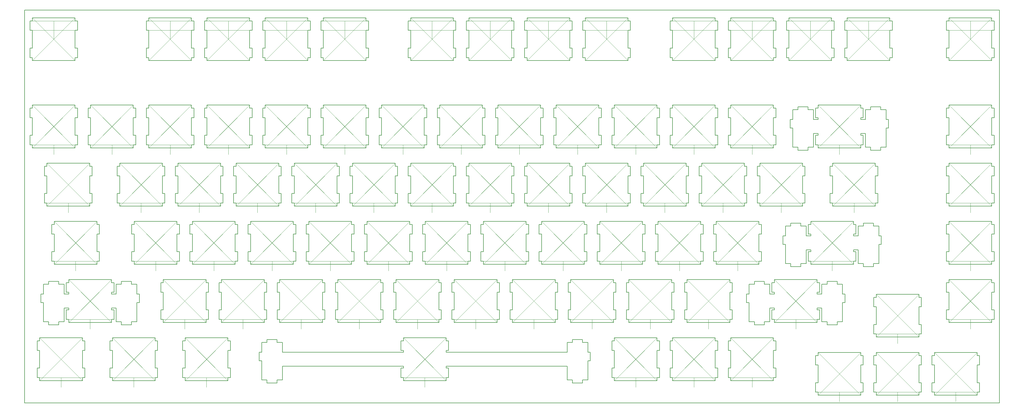
<source format=gbr>
%TF.GenerationSoftware,KiCad,Pcbnew,8.0.8*%
%TF.CreationDate,2025-06-27T17:20:43+08:00*%
%TF.ProjectId,KeyBoard,4b657942-6f61-4726-942e-6b696361645f,rev?*%
%TF.SameCoordinates,Original*%
%TF.FileFunction,Legend,Top*%
%TF.FilePolarity,Positive*%
%FSLAX46Y46*%
G04 Gerber Fmt 4.6, Leading zero omitted, Abs format (unit mm)*
G04 Created by KiCad (PCBNEW 8.0.8) date 2025-06-27 17:20:43*
%MOMM*%
%LPD*%
G01*
G04 APERTURE LIST*
%ADD10C,0.177800*%
%ADD11C,0.100000*%
G04 APERTURE END LIST*
D10*
X312243210Y-109849900D02*
X312243210Y-110850300D01*
X532898300Y-72750400D02*
X532898300Y-75849600D01*
X532898300Y-84750200D02*
X533699300Y-84750200D01*
X533699300Y-85749200D02*
X547699300Y-85749200D01*
X361448700Y-75849600D02*
X362249500Y-75849600D01*
X357198800Y-85749200D02*
X357198800Y-84750200D01*
X357487000Y-66699200D02*
X371486300Y-66699200D01*
X558762300Y-41149300D02*
X558762300Y-47419200D01*
X605137300Y-128611870D02*
X619136300Y-128611870D01*
X447686300Y-9174900D02*
X448487300Y-9174900D01*
X485786300Y-53700400D02*
X485786300Y-52700000D01*
X326242700Y-119749700D02*
X326242700Y-113949600D01*
X312243210Y-123849380D02*
X326242700Y-123849380D01*
X537661300Y-18074900D02*
X538462300Y-18074900D01*
X471787300Y-65700200D02*
X471787300Y-66699200D01*
X486654300Y-110399700D02*
X486654300Y-111320200D01*
X567548300Y-103800300D02*
X567548300Y-100699700D01*
X394786200Y-65700200D02*
X395587000Y-65700200D01*
X578655300Y-81649600D02*
X578655300Y-81050200D01*
X328624000Y-66699200D02*
X328624000Y-65700200D01*
X533411300Y-14974900D02*
X533411300Y-9174900D01*
X311442580Y-113949600D02*
X312243210Y-113949600D01*
X327043300Y-119749700D02*
X326242700Y-119749700D01*
X433399300Y-84750200D02*
X434198300Y-84750200D01*
X544474300Y-98299200D02*
X544474300Y-104569200D01*
X582562300Y-42950200D02*
X582562300Y-47419200D01*
X409073300Y-100699700D02*
X409073300Y-103800300D01*
X419910300Y-18074900D02*
X419910300Y-14974900D01*
X580179300Y-73220300D02*
X580179300Y-76450400D01*
X490036300Y-18074900D02*
X490837300Y-18074900D01*
X395298800Y-75849600D02*
X396098200Y-75849600D01*
X326242700Y-113949600D02*
X327043300Y-113949600D01*
X361961300Y-34650400D02*
X361961300Y-33650000D01*
X371486300Y-53700400D02*
X371486300Y-52700000D01*
X491348300Y-75849600D02*
X491348300Y-72750400D01*
X309861950Y-5074900D02*
X309861950Y-6075900D01*
X371486300Y-56799600D02*
X372287100Y-56799600D01*
X623899300Y-103800300D02*
X624698300Y-103800300D01*
X371774500Y-104799400D02*
X385773800Y-104799400D01*
X529448300Y-72750400D02*
X528649300Y-72750400D01*
X491680300Y-123619230D02*
X491680300Y-117349200D01*
X419399300Y-71750000D02*
X419399300Y-72750400D01*
X457499300Y-84750200D02*
X457499300Y-85749200D01*
X344868200Y-98299200D02*
X344868200Y-95500400D01*
X609899300Y-103800300D02*
X609899300Y-104799400D01*
X624698300Y-14974900D02*
X623899300Y-14974900D01*
X556711300Y-6075900D02*
X556711300Y-9174900D01*
X533411300Y-113949600D02*
X534212300Y-113949600D01*
X518611300Y-9174900D02*
X519412300Y-9174900D01*
X576562300Y-9174900D02*
X576562300Y-14974900D01*
X477062300Y-37749600D02*
X477062300Y-34650400D01*
X342911300Y-37749600D02*
X343712100Y-37749600D01*
X471787300Y-53700400D02*
X470986300Y-53700400D01*
X405110600Y-18074900D02*
X405110600Y-19073900D01*
X321768200Y-104799400D02*
X335767700Y-104799400D01*
X457499300Y-81649600D02*
X456698300Y-81649600D01*
D11*
X478787300Y-6075900D02*
X478787075Y-9174900D01*
D10*
X377048200Y-75849600D02*
X377048200Y-72750400D01*
X381812100Y-14974900D02*
X381011300Y-14974900D01*
X567037300Y-34650400D02*
X566236300Y-34650400D01*
X600887300Y-115611500D02*
X600086300Y-115611500D01*
X347962000Y-19073900D02*
X361961300Y-19073900D01*
X609899300Y-37749600D02*
X609899300Y-43549600D01*
X443212300Y-46650200D02*
X443212300Y-47649200D01*
X500074300Y-104799400D02*
X500074300Y-103800300D01*
D11*
X557512300Y-19073900D02*
X571511300Y-5074900D01*
D10*
X509599300Y-75849600D02*
X510398300Y-75849600D01*
X447686300Y-19073900D02*
X447686300Y-18074900D01*
X317004330Y-81649600D02*
X316205080Y-81649600D01*
X373867600Y-123849380D02*
X373867600Y-122850280D01*
X549498300Y-92270300D02*
X549498300Y-91349600D01*
X357198800Y-81649600D02*
X357198800Y-75849600D01*
X404823800Y-100699700D02*
X404823800Y-94899600D01*
X564654300Y-71750000D02*
X564654300Y-72750400D01*
D11*
X586087000Y-95562700D02*
X600086300Y-109561900D01*
D10*
X313823830Y-62599600D02*
X313823830Y-65700200D01*
X567037300Y-33650000D02*
X567037300Y-34650400D01*
X471787300Y-56799600D02*
X471787300Y-62599600D01*
X466736300Y-53700400D02*
X466736300Y-52700000D01*
X424160300Y-46650200D02*
X424160300Y-47649200D01*
X564654300Y-75849600D02*
X564654300Y-76450400D01*
X410387300Y-53700400D02*
X409586300Y-53700400D01*
D11*
X461974300Y-103800300D02*
X447974300Y-103800300D01*
D10*
X514361300Y-110850300D02*
X514361300Y-109849900D01*
D11*
X605137000Y-114612670D02*
X619136300Y-128611870D01*
D10*
X351923700Y-103800300D02*
X352724500Y-103800300D01*
X419910300Y-6075900D02*
X419111300Y-6075900D01*
X400860700Y-34650400D02*
X400061300Y-34650400D01*
X390536300Y-56799600D02*
X391337100Y-56799600D01*
X409586300Y-56799600D02*
X410387300Y-56799600D01*
D11*
X578799300Y-65700200D02*
X578799075Y-68799200D01*
X454974300Y-103800300D02*
X454974075Y-106899300D01*
D10*
X432886300Y-18074900D02*
X433687300Y-18074900D01*
X624698300Y-75849600D02*
X624698300Y-72750400D01*
X580179300Y-85519200D02*
X581904300Y-85519200D01*
X335767700Y-91800400D02*
X335767700Y-90800000D01*
X575848300Y-95500400D02*
X575024300Y-95500400D01*
X538174300Y-94899600D02*
X538973300Y-94899600D01*
X571511300Y-6075900D02*
X571511300Y-5074900D01*
X453248300Y-81649600D02*
X452449300Y-81649600D01*
X470986300Y-62599600D02*
X470986300Y-65700200D01*
X320967600Y-91800400D02*
X320967600Y-94899600D01*
X586087300Y-99662100D02*
X586087300Y-105462200D01*
X571799300Y-56799600D02*
X571799300Y-62599600D01*
X481312300Y-34650400D02*
X480511300Y-34650400D01*
X538973300Y-94899600D02*
X538973300Y-91800400D01*
X423874300Y-94899600D02*
X424673300Y-94899600D01*
X385261200Y-46650200D02*
X386062000Y-46650200D01*
X447686300Y-52700000D02*
X433687300Y-52700000D01*
X312243210Y-119749700D02*
X311442580Y-119749700D01*
D11*
X467025000Y-90800200D02*
X481024300Y-104799400D01*
X552750000Y-90800200D02*
X566749300Y-104799400D01*
D10*
X317004330Y-84750200D02*
X317004330Y-85749200D01*
X562787300Y-56799600D02*
X562787300Y-53700400D01*
X505637300Y-9174900D02*
X505637300Y-6075900D01*
X609899300Y-47649200D02*
X623899300Y-47649200D01*
X553262300Y-6075900D02*
X552461300Y-6075900D01*
X538462300Y-109849900D02*
X538462300Y-110850300D01*
X481312300Y-46650200D02*
X481312300Y-47649200D01*
X386062000Y-19073900D02*
X400061300Y-19073900D01*
X381011300Y-43549600D02*
X381011300Y-37749600D01*
X381011300Y-19073900D02*
X381011300Y-18074900D01*
X431304300Y-113949600D02*
X431304300Y-114550400D01*
X581837300Y-124512220D02*
X581036300Y-124512220D01*
X366211200Y-6075900D02*
X366211200Y-9174900D01*
D11*
X416874300Y-103800300D02*
X416874075Y-106899300D01*
D10*
X336568300Y-94899600D02*
X336568300Y-91800400D01*
X371774500Y-90800000D02*
X371774500Y-91800400D01*
X405110600Y-43549600D02*
X404311200Y-43549600D01*
X386573200Y-91800400D02*
X385773800Y-91800400D01*
D11*
X321768400Y-90800200D02*
X335767700Y-104799400D01*
D10*
X586087300Y-124512220D02*
X585286300Y-124512220D01*
X395587000Y-66699200D02*
X409586300Y-66699200D01*
X466223300Y-94899600D02*
X467024300Y-94899600D01*
X466223300Y-103800300D02*
X467024300Y-103800300D01*
X445305300Y-119150300D02*
X484929300Y-119150300D01*
X385261200Y-37749600D02*
X386062000Y-37749600D01*
D11*
X514650000Y-71750000D02*
X528649300Y-85749200D01*
D10*
X430505300Y-119749700D02*
X430505300Y-122850280D01*
X438449300Y-71750000D02*
X438449300Y-72750400D01*
X466736300Y-18074900D02*
X467537300Y-18074900D01*
X351923700Y-100699700D02*
X351923700Y-103800300D01*
X524687300Y-56799600D02*
X524687300Y-53700400D01*
X317004330Y-85749200D02*
X331005200Y-85749200D01*
X609899300Y-94899600D02*
X609899300Y-100699700D01*
X381812100Y-34650400D02*
X381011300Y-34650400D01*
X563853300Y-75849600D02*
X564654300Y-75849600D01*
X433687300Y-56799600D02*
X433687300Y-62599600D01*
X385261200Y-34650400D02*
X385261200Y-37749600D01*
X374668400Y-122850280D02*
X374668400Y-119749700D01*
X600086300Y-127611410D02*
X600887300Y-127611410D01*
X344868200Y-95500400D02*
X344042700Y-95500400D01*
X438449300Y-72750400D02*
X437648300Y-72750400D01*
X538174300Y-100699700D02*
X538174300Y-94899600D01*
X309861950Y-37749600D02*
X309861950Y-43549600D01*
X551224300Y-95500400D02*
X551224300Y-92270300D01*
X590561300Y-5074900D02*
X576562300Y-5074900D01*
D11*
X433687000Y-52700000D02*
X447686300Y-66699200D01*
D10*
X431304300Y-119150300D02*
X431304300Y-119749700D01*
X370973700Y-91800400D02*
X370973700Y-94899600D01*
D11*
X538462000Y-33650000D02*
X552461300Y-47649200D01*
D10*
X342911300Y-43549600D02*
X342911300Y-37749600D01*
D11*
X457500000Y-71750000D02*
X471499300Y-85749200D01*
D10*
X361448700Y-81649600D02*
X361448700Y-84750200D01*
X448487300Y-56799600D02*
X448487300Y-53700400D01*
X547987300Y-52700000D02*
X547987300Y-53700400D01*
X590561300Y-14974900D02*
X590561300Y-9174900D01*
X447173300Y-94899600D02*
X447974300Y-94899600D01*
X442924300Y-90800000D02*
X428924300Y-90800000D01*
X381812100Y-6075900D02*
X381011300Y-6075900D01*
X623899300Y-56799600D02*
X624698300Y-56799600D01*
X467537300Y-6075900D02*
X466736300Y-6075900D01*
X481024300Y-104799400D02*
X481024300Y-103800300D01*
X537661300Y-46650200D02*
X538462300Y-46650200D01*
X447686300Y-5074900D02*
X433687300Y-5074900D01*
X569998300Y-104569200D02*
X569998300Y-105550400D01*
X533411300Y-122850280D02*
X534212300Y-122850280D01*
X609899300Y-33650000D02*
X609899300Y-34650400D01*
X518611300Y-37749600D02*
X519412300Y-37749600D01*
X585799300Y-62599600D02*
X585799300Y-56799600D01*
X590137300Y-41149300D02*
X590137300Y-38350400D01*
X490837300Y-65700200D02*
X490837300Y-66699200D01*
X564654300Y-84750200D02*
X564654300Y-85749200D01*
X352436300Y-65700200D02*
X353237100Y-65700200D01*
X578655300Y-81050200D02*
X580179300Y-81050200D01*
X489955300Y-110399700D02*
X486654300Y-110399700D01*
X581837300Y-115611500D02*
X581036300Y-115611500D01*
X528136300Y-53700400D02*
X528136300Y-56799600D01*
X528649300Y-85749200D02*
X528649300Y-84750200D01*
X390824500Y-90800000D02*
X390824500Y-91800400D01*
X336054300Y-113949600D02*
X336054300Y-119749700D01*
D11*
X361961300Y-5074900D02*
X347962000Y-19073900D01*
X450212300Y-46650200D02*
X450212075Y-49749200D01*
D10*
X428924300Y-104799400D02*
X442924300Y-104799400D01*
X448487300Y-62599600D02*
X447686300Y-62599600D01*
X352724500Y-103800300D02*
X352724500Y-104799400D01*
X404311200Y-18074900D02*
X405110600Y-18074900D01*
X376537000Y-52700000D02*
X376537000Y-53700400D01*
X623899300Y-33650000D02*
X609899300Y-33650000D01*
X485786300Y-9174900D02*
X486587300Y-9174900D01*
D11*
X421637300Y-65700200D02*
X421637075Y-68799200D01*
D10*
X442411300Y-37749600D02*
X443212300Y-37749600D01*
X490837300Y-62599600D02*
X490036300Y-62599600D01*
D11*
X447975000Y-90800200D02*
X461974300Y-104799400D01*
D10*
X609098300Y-14974900D02*
X609098300Y-18074900D01*
X414349300Y-84750200D02*
X415148300Y-84750200D01*
X320967600Y-100699700D02*
X320967600Y-103800300D01*
D11*
X504836300Y-5074900D02*
X490837300Y-19073900D01*
X388299500Y-84750200D02*
X388299275Y-87849200D01*
D10*
X324662100Y-18074900D02*
X324662100Y-14974900D01*
X457211300Y-37749600D02*
X458012300Y-37749600D01*
X537661300Y-14974900D02*
X537661300Y-18074900D01*
X484929300Y-111320200D02*
X484929300Y-114550400D01*
X376248800Y-84750200D02*
X377048200Y-84750200D01*
X490549300Y-71750000D02*
X476549300Y-71750000D01*
X328111300Y-37749600D02*
X328912000Y-37749600D01*
X619136300Y-127611410D02*
X619937300Y-127611410D01*
D11*
X400061300Y-5074900D02*
X386062000Y-19073900D01*
D10*
X552461300Y-34650400D02*
X552461300Y-33650000D01*
X327043300Y-110850300D02*
X326242700Y-110850300D01*
X496112300Y-34650400D02*
X495311300Y-34650400D01*
D11*
X359724500Y-103800300D02*
X359724275Y-106899300D01*
X433687000Y-66699200D02*
X447686300Y-52700000D01*
D10*
X438449300Y-75849600D02*
X438449300Y-81649600D01*
X519412300Y-18074900D02*
X519412300Y-19073900D01*
X424160300Y-33650000D02*
X424160300Y-34650400D01*
D11*
X328624460Y-65700200D02*
X314624460Y-65700200D01*
X528937000Y-66699200D02*
X542936300Y-52700000D01*
D10*
X390824500Y-100699700D02*
X390023700Y-100699700D01*
X456698300Y-84750200D02*
X457499300Y-84750200D01*
X623899300Y-72750400D02*
X623899300Y-71750000D01*
X394786200Y-53700400D02*
X394786200Y-56799600D01*
X519923300Y-103800300D02*
X519923300Y-100699700D01*
X428636300Y-52700000D02*
X414637300Y-52700000D01*
X586598300Y-65700200D02*
X586598300Y-62599600D01*
D11*
X609900000Y-47649200D02*
X623899300Y-33650000D01*
X343199500Y-85749200D02*
X357198800Y-71750000D01*
X357487000Y-52700000D02*
X371486300Y-66699200D01*
D10*
X623899300Y-9174900D02*
X624698300Y-9174900D01*
X509887300Y-65700200D02*
X509887300Y-66699200D01*
X335255100Y-113949600D02*
X336054300Y-113949600D01*
X390023700Y-91800400D02*
X390023700Y-94899600D01*
X564654300Y-72750400D02*
X563853300Y-72750400D01*
X385773800Y-94899600D02*
X386573200Y-94899600D01*
X313823830Y-56799600D02*
X314624460Y-56799600D01*
X362762100Y-43549600D02*
X361961300Y-43549600D01*
D11*
X371774500Y-104799400D02*
X385773800Y-90800200D01*
D10*
X352436300Y-52700000D02*
X338437000Y-52700000D01*
D11*
X390824500Y-104799400D02*
X404823800Y-90800200D01*
D10*
X605137300Y-115611500D02*
X604336300Y-115611500D01*
X404823800Y-90800000D02*
X390824500Y-90800000D01*
X400061300Y-33650000D02*
X386062000Y-33650000D01*
X555555300Y-79249300D02*
X556379300Y-79249300D01*
X347962000Y-46650200D02*
X347962000Y-47649200D01*
X569998300Y-92270300D02*
X568274300Y-92270300D01*
X329423200Y-65700200D02*
X329423200Y-62599600D01*
X342398800Y-81649600D02*
X342398800Y-84750200D01*
D11*
X457212300Y-46650200D02*
X443212300Y-46650200D01*
D10*
X538462300Y-43549600D02*
X537661300Y-43549600D01*
X347962000Y-6075900D02*
X347161200Y-6075900D01*
X357487000Y-65700200D02*
X357487000Y-66699200D01*
D11*
X409587000Y-65700200D02*
X395587000Y-65700200D01*
D10*
X446104300Y-122850280D02*
X446104300Y-119749700D01*
X500074300Y-100699700D02*
X500074300Y-94899600D01*
X538462300Y-47649200D02*
X552461300Y-47649200D01*
X581837300Y-43549600D02*
X581036300Y-43549600D01*
X331804500Y-75849600D02*
X331804500Y-72750400D01*
X533411300Y-6075900D02*
X533411300Y-5074900D01*
X367012000Y-14974900D02*
X366211200Y-14974900D01*
X335255100Y-119749700D02*
X335255100Y-122850280D01*
X376248800Y-85749200D02*
X376248800Y-84750200D01*
X553262300Y-37749600D02*
X553262300Y-34650400D01*
X342317500Y-91349600D02*
X339017100Y-91349600D01*
X538973300Y-91800400D02*
X538174300Y-91800400D01*
X515162300Y-113949600D02*
X515162300Y-110850300D01*
X381812100Y-43549600D02*
X381011300Y-43549600D01*
X419399300Y-75849600D02*
X419399300Y-81649600D01*
X405623200Y-91800400D02*
X404823800Y-91800400D01*
X350055100Y-109849900D02*
X336054300Y-109849900D01*
X452737300Y-14974900D02*
X451936300Y-14974900D01*
X547987300Y-56799600D02*
X547987300Y-62599600D01*
X514649300Y-75849600D02*
X514649300Y-81649600D01*
X452737300Y-18074900D02*
X452737300Y-19073900D01*
D11*
X316861950Y-46650200D02*
X316861725Y-49749200D01*
D10*
X328912000Y-46650200D02*
X328912000Y-47649200D01*
X519412300Y-113949600D02*
X519412300Y-119749700D01*
X558104300Y-85519200D02*
X558104300Y-86500300D01*
X499561300Y-122850280D02*
X500362300Y-122850280D01*
X490036300Y-56799600D02*
X490837300Y-56799600D01*
X399548700Y-75849600D02*
X400349500Y-75849600D01*
X461461300Y-46650200D02*
X462262300Y-46650200D01*
X467537300Y-56799600D02*
X467537300Y-53700400D01*
X586087300Y-105462200D02*
X585286300Y-105462200D01*
X567037300Y-42950200D02*
X567037300Y-43549600D01*
D11*
X462262000Y-33650000D02*
X476261300Y-47649200D01*
D10*
X419111300Y-14974900D02*
X419111300Y-9174900D01*
X324662100Y-14974900D02*
X323861500Y-14974900D01*
X386573200Y-100699700D02*
X385773800Y-100699700D01*
X546198300Y-105550400D02*
X549498300Y-105550400D01*
X624698300Y-81649600D02*
X623899300Y-81649600D01*
X500074300Y-94899600D02*
X500873300Y-94899600D01*
X476261300Y-43549600D02*
X476261300Y-37749600D01*
X490837300Y-19073900D02*
X504836300Y-19073900D01*
X624698300Y-103800300D02*
X624698300Y-100699700D01*
X532898300Y-75849600D02*
X533699300Y-75849600D01*
X433687300Y-19073900D02*
X447686300Y-19073900D01*
X309061310Y-46650200D02*
X309861950Y-46650200D01*
X453248300Y-84750200D02*
X453248300Y-81649600D01*
X609899300Y-56799600D02*
X609899300Y-62599600D01*
X558104300Y-72299600D02*
X558104300Y-73220300D01*
X471787300Y-14974900D02*
X470986300Y-14974900D01*
X623899300Y-43549600D02*
X623899300Y-37749600D01*
X443212300Y-37749600D02*
X443212300Y-43549600D01*
X419910300Y-43549600D02*
X419111300Y-43549600D01*
X433687300Y-6075900D02*
X432886300Y-6075900D01*
X372287100Y-62599600D02*
X371486300Y-62599600D01*
X433687300Y-62599600D02*
X432886300Y-62599600D01*
D11*
X516887300Y-65700200D02*
X516887075Y-68799200D01*
D10*
X323861500Y-33650000D02*
X309861950Y-33650000D01*
X400860700Y-6075900D02*
X400061300Y-6075900D01*
D11*
X466737300Y-6075900D02*
X452737300Y-6075900D01*
X497837300Y-6075900D02*
X497837075Y-9174900D01*
X540699300Y-84750200D02*
X540699075Y-87849200D01*
D10*
X561986300Y-56799600D02*
X562787300Y-56799600D01*
X423874300Y-103800300D02*
X424673300Y-103800300D01*
X343712100Y-46650200D02*
X343712100Y-43549600D01*
X528649300Y-71750000D02*
X514649300Y-71750000D01*
X485786300Y-66699200D02*
X485786300Y-65700200D01*
X533699300Y-81649600D02*
X532898300Y-81649600D01*
D11*
X367012000Y-47649200D02*
X381011300Y-33650000D01*
X616899300Y-65700200D02*
X616899075Y-68799200D01*
D10*
X538462300Y-46650200D02*
X538462300Y-47649200D01*
X537661300Y-110850300D02*
X537661300Y-113949600D01*
X556379300Y-85519200D02*
X558104300Y-85519200D01*
X514361300Y-37749600D02*
X515162300Y-37749600D01*
X430505300Y-113949600D02*
X431304300Y-113949600D01*
D11*
X623899300Y-19073900D02*
X609899300Y-5074900D01*
D10*
X519124300Y-94899600D02*
X519923300Y-94899600D01*
X424673300Y-91800400D02*
X423874300Y-91800400D01*
X419111300Y-19073900D02*
X419111300Y-18074900D01*
X495311300Y-47649200D02*
X495311300Y-46650200D01*
D11*
X367012000Y-9174900D02*
X381011300Y-9174900D01*
D10*
X600086300Y-99662100D02*
X600887300Y-99662100D01*
X395298800Y-71750000D02*
X381299500Y-71750000D01*
X533411300Y-34650400D02*
X533411300Y-33650000D01*
X370973700Y-94899600D02*
X371774500Y-94899600D01*
D11*
X585799300Y-65700200D02*
X571799300Y-65700200D01*
D10*
X490837300Y-14974900D02*
X490036300Y-14974900D01*
X551224300Y-100100300D02*
X552749300Y-100100300D01*
X505124300Y-100699700D02*
X504323300Y-100699700D01*
X605137300Y-114612400D02*
X605137300Y-115611500D01*
X586087300Y-109561900D02*
X600086300Y-109561900D01*
X451936300Y-14974900D02*
X451936300Y-18074900D01*
X476261300Y-33650000D02*
X462262300Y-33650000D01*
X309061310Y-6075900D02*
X309061310Y-9174900D01*
D11*
X314624700Y-66699200D02*
X328624000Y-52700000D01*
X559749300Y-103800300D02*
X559749075Y-106899300D01*
D10*
X362249500Y-71750000D02*
X362249500Y-72750400D01*
X542936300Y-53700400D02*
X542936300Y-52700000D01*
X623899300Y-75849600D02*
X624698300Y-75849600D01*
X390824500Y-91800400D02*
X390023700Y-91800400D01*
X490837300Y-52700000D02*
X490837300Y-53700400D01*
X563853300Y-84750200D02*
X564654300Y-84750200D01*
D11*
X552461300Y-19073900D02*
X538462300Y-5074900D01*
D10*
X533411300Y-123849380D02*
X533411300Y-122850280D01*
X409586300Y-65700200D02*
X410387300Y-65700200D01*
X561986300Y-53700400D02*
X561986300Y-52700000D01*
X327043300Y-113949600D02*
X327043300Y-110850300D01*
X513848300Y-84750200D02*
X514649300Y-84750200D01*
X462262300Y-33650000D02*
X462262300Y-34650400D01*
X357198800Y-72750400D02*
X357198800Y-71750000D01*
X560485300Y-34199600D02*
X560485300Y-35120300D01*
X552461300Y-110850300D02*
X552461300Y-109849900D01*
X624698300Y-65700200D02*
X624698300Y-62599600D01*
D11*
X623899300Y-46650200D02*
X609899300Y-46650200D01*
D10*
X467024300Y-100699700D02*
X466223300Y-100699700D01*
D11*
X354961775Y-12074400D02*
X354961775Y-9174900D01*
D10*
X573299300Y-104569200D02*
X575024300Y-104569200D01*
D11*
X390824500Y-90800200D02*
X404823800Y-104799400D01*
D10*
X609899300Y-71750000D02*
X609899300Y-72750400D01*
X514649300Y-84750200D02*
X514649300Y-85749200D01*
X518611300Y-14974900D02*
X518611300Y-18074900D01*
X344042700Y-92270300D02*
X342317500Y-92270300D01*
X476261300Y-47649200D02*
X476261300Y-46650200D01*
X584287300Y-35120300D02*
X582562300Y-35120300D01*
X336054300Y-122850280D02*
X336054300Y-123849380D01*
X471787300Y-66699200D02*
X485786300Y-66699200D01*
X609899300Y-6075900D02*
X609098300Y-6075900D01*
D11*
X326243210Y-122850280D02*
X312243210Y-122850280D01*
D10*
X514361300Y-109849900D02*
X500362300Y-109849900D01*
X524687300Y-65700200D02*
X524687300Y-62599600D01*
X415148300Y-81649600D02*
X414349300Y-81649600D01*
D11*
X552462300Y-46650200D02*
X538462300Y-46650200D01*
D10*
X515162300Y-43549600D02*
X514361300Y-43549600D01*
X619136300Y-115611500D02*
X619136300Y-114612400D01*
X433399300Y-72750400D02*
X433399300Y-71750000D01*
X309861950Y-33650000D02*
X309861950Y-34650400D01*
X343199500Y-85749200D02*
X357198800Y-85749200D01*
X561986300Y-52700000D02*
X547987300Y-52700000D01*
X543737300Y-56799600D02*
X543737300Y-53700400D01*
X451936300Y-53700400D02*
X451936300Y-56799600D01*
D11*
X428925000Y-90800200D02*
X442924300Y-104799400D01*
D10*
X587754300Y-76450400D02*
X586930300Y-76450400D01*
X514649300Y-72750400D02*
X513848300Y-72750400D01*
D11*
X526412075Y-12074400D02*
X526412075Y-9174900D01*
D10*
X529448300Y-81649600D02*
X528649300Y-81649600D01*
D11*
X386062000Y-9174900D02*
X400061550Y-9174900D01*
D10*
X342317500Y-105550400D02*
X342317500Y-104569200D01*
D11*
X381012000Y-6075900D02*
X367012000Y-6075900D01*
D10*
X623899300Y-34650400D02*
X623899300Y-33650000D01*
X367012000Y-6075900D02*
X366211200Y-6075900D01*
X586087300Y-96561500D02*
X585286300Y-96561500D01*
X523886300Y-53700400D02*
X523886300Y-52700000D01*
X571511300Y-18074900D02*
X572312300Y-18074900D01*
X567037300Y-38350400D02*
X565511300Y-38350400D01*
X343199500Y-71750000D02*
X343199500Y-72750400D01*
D11*
X574037300Y-46650200D02*
X574037075Y-49749200D01*
D10*
X552461300Y-113949600D02*
X553262300Y-113949600D01*
X543649300Y-95500400D02*
X543649300Y-98299200D01*
X461461300Y-37749600D02*
X462262300Y-37749600D01*
X475748300Y-72750400D02*
X475748300Y-75849600D01*
X565511300Y-35120300D02*
X563786300Y-35120300D01*
X367012000Y-19073900D02*
X381011300Y-19073900D01*
X480511300Y-43549600D02*
X480511300Y-46650200D01*
X600887300Y-96561500D02*
X600086300Y-96561500D01*
D11*
X373868300Y-122850280D02*
X359868300Y-122850280D01*
D10*
X538462300Y-33650000D02*
X538462300Y-34650400D01*
D11*
X433687300Y-5074900D02*
X447686300Y-19073900D01*
D10*
X357198800Y-71750000D02*
X343199500Y-71750000D01*
X377048200Y-81649600D02*
X376248800Y-81649600D01*
X353237100Y-62599600D02*
X352436300Y-62599600D01*
D11*
X476262300Y-46650200D02*
X462262300Y-46650200D01*
D10*
X371486300Y-52700000D02*
X357487000Y-52700000D01*
X528649300Y-72750400D02*
X528649300Y-71750000D01*
D11*
X414637000Y-66699200D02*
X428636300Y-52700000D01*
D10*
X400349500Y-85749200D02*
X414349300Y-85749200D01*
X624698300Y-9174900D02*
X624698300Y-6075900D01*
X600086300Y-96561500D02*
X600086300Y-95562500D01*
X391680400Y-114550400D02*
X391680400Y-111320200D01*
X585799300Y-53700400D02*
X585799300Y-52700000D01*
X533699300Y-71750000D02*
X533699300Y-72750400D01*
X320242700Y-92270300D02*
X318517400Y-92270300D01*
X359067500Y-110850300D02*
X359067500Y-113949600D01*
X567037300Y-118712100D02*
X567037300Y-124512220D01*
D11*
X581037300Y-46650200D02*
X567037300Y-46650200D01*
D10*
X570998300Y-56799600D02*
X571799300Y-56799600D01*
X400061300Y-19073900D02*
X400061300Y-18074900D01*
X557512300Y-9174900D02*
X557512300Y-14974900D01*
X323861500Y-5074900D02*
X309861950Y-5074900D01*
X604336300Y-118712100D02*
X605137300Y-118712100D01*
X557936300Y-38350400D02*
X557936300Y-41149300D01*
D11*
X500362000Y-109850180D02*
X514361300Y-123849380D01*
D10*
X486587300Y-14974900D02*
X485786300Y-14974900D01*
X466736300Y-6075900D02*
X466736300Y-5074900D01*
X575761300Y-18074900D02*
X576562300Y-18074900D01*
D11*
X500074300Y-103800300D02*
X486074300Y-103800300D01*
D10*
X553262300Y-46650200D02*
X553262300Y-43549600D01*
X538462300Y-5074900D02*
X538462300Y-6075900D01*
X337636300Y-62599600D02*
X337636300Y-65700200D01*
X390536300Y-66699200D02*
X390536300Y-65700200D01*
X400061300Y-34650400D02*
X400061300Y-33650000D01*
X544474300Y-104569200D02*
X546198300Y-104569200D01*
X490549300Y-85749200D02*
X490549300Y-84750200D01*
D11*
X352437000Y-65700200D02*
X338437000Y-65700200D01*
D10*
X321768200Y-100100300D02*
X321768200Y-100699700D01*
X490549300Y-81649600D02*
X490549300Y-75849600D01*
X336568300Y-91800400D02*
X335767700Y-91800400D01*
X432886300Y-65700200D02*
X433687300Y-65700200D01*
X500362300Y-122850280D02*
X500362300Y-123849380D01*
X366211200Y-14974900D02*
X366211200Y-18074900D01*
X431304300Y-123849380D02*
X445305300Y-123849380D01*
X409586300Y-52700000D02*
X395587000Y-52700000D01*
D11*
X509599300Y-84750200D02*
X495599300Y-84750200D01*
D10*
X437648300Y-84750200D02*
X438449300Y-84750200D01*
X311442580Y-122850280D02*
X312243210Y-122850280D01*
X371774500Y-94899600D02*
X371774500Y-100699700D01*
X361961300Y-19073900D02*
X361961300Y-18074900D01*
X466736300Y-62599600D02*
X466736300Y-56799600D01*
D11*
X438450000Y-85749200D02*
X452449300Y-71750000D01*
D10*
X389954900Y-124599040D02*
X389954900Y-123619230D01*
X386062000Y-33650000D02*
X386062000Y-34650400D01*
D11*
X535937300Y-65700200D02*
X535937075Y-68799200D01*
X616899300Y-84750200D02*
X616899075Y-87849200D01*
D10*
X312243210Y-113949600D02*
X312243210Y-119749700D01*
X432886300Y-56799600D02*
X433687300Y-56799600D01*
X604336300Y-115611500D02*
X604336300Y-118712100D01*
X448487300Y-65700200D02*
X448487300Y-62599600D01*
X359067500Y-122850280D02*
X359868300Y-122850280D01*
X519923300Y-100699700D02*
X519124300Y-100699700D01*
X347161200Y-46650200D02*
X347962000Y-46650200D01*
X351923700Y-94899600D02*
X352724500Y-94899600D01*
X437648300Y-81649600D02*
X437648300Y-84750200D01*
D11*
X352724500Y-104799400D02*
X366723800Y-90800200D01*
D10*
X452737300Y-19073900D02*
X466736300Y-19073900D01*
X552461300Y-6075900D02*
X552461300Y-5074900D01*
X623899300Y-65700200D02*
X624698300Y-65700200D01*
X467537300Y-62599600D02*
X466736300Y-62599600D01*
X423361300Y-43549600D02*
X423361300Y-46650200D01*
X342317500Y-92270300D02*
X342317500Y-91349600D01*
X600887300Y-127611410D02*
X600887300Y-124512220D01*
D11*
X538462000Y-47649200D02*
X552461300Y-33650000D01*
D10*
X335255100Y-110850300D02*
X335255100Y-113949600D01*
X329423200Y-62599600D02*
X328624000Y-62599600D01*
X572312300Y-6075900D02*
X571511300Y-6075900D01*
X362249500Y-72750400D02*
X361448700Y-72750400D01*
X489955300Y-111320200D02*
X489955300Y-110399700D01*
X366723800Y-104799400D02*
X366723800Y-103800300D01*
D11*
X369249500Y-84750200D02*
X369249275Y-87849200D01*
D10*
X566749300Y-95500400D02*
X566749300Y-94899600D01*
D11*
X471787300Y-19073900D02*
X485786300Y-5074900D01*
D10*
X428636300Y-62599600D02*
X428636300Y-56799600D01*
X357487000Y-56799600D02*
X357487000Y-62599600D01*
X499561300Y-34650400D02*
X499561300Y-37749600D01*
X419111300Y-18074900D02*
X419910300Y-18074900D01*
X324662100Y-43549600D02*
X323861500Y-43549600D01*
X309061310Y-37749600D02*
X309861950Y-37749600D01*
X414637300Y-65700200D02*
X414637300Y-66699200D01*
X386654300Y-111320200D02*
X384929300Y-111320200D01*
X552461300Y-47649200D02*
X552461300Y-46650200D01*
X537661300Y-6075900D02*
X537661300Y-9174900D01*
X386062000Y-9174900D02*
X386062000Y-14974900D01*
X434198300Y-75849600D02*
X434198300Y-72750400D01*
X443723300Y-91800400D02*
X442924300Y-91800400D01*
X331804500Y-84750200D02*
X331804500Y-81649600D01*
X529448300Y-75849600D02*
X529448300Y-72750400D01*
X390536300Y-53700400D02*
X390536300Y-52700000D01*
X467537300Y-9174900D02*
X467537300Y-6075900D01*
D11*
X616899300Y-103800300D02*
X616899075Y-106899300D01*
D10*
X585286300Y-124512220D02*
X585286300Y-127611410D01*
X384929300Y-117349200D02*
X384929300Y-123619230D01*
X575761300Y-14974900D02*
X575761300Y-18074900D01*
X553262300Y-110850300D02*
X552461300Y-110850300D01*
X386654300Y-124599040D02*
X389954900Y-124599040D01*
D11*
X547987000Y-52700000D02*
X561986300Y-66699200D01*
D10*
X542936300Y-56799600D02*
X543737300Y-56799600D01*
X585205300Y-85519200D02*
X586930300Y-85519200D01*
X491348300Y-81649600D02*
X490549300Y-81649600D01*
X523886300Y-56799600D02*
X524687300Y-56799600D01*
X538462300Y-18074900D02*
X538462300Y-19073900D01*
X581837300Y-118712100D02*
X581837300Y-115611500D01*
X563130300Y-85519200D02*
X563130300Y-81050200D01*
D11*
X523887300Y-65700200D02*
X509887300Y-65700200D01*
D10*
X347962000Y-18074900D02*
X347962000Y-19073900D01*
X532898300Y-81649600D02*
X532898300Y-84750200D01*
X423874300Y-90800000D02*
X409874300Y-90800000D01*
X519124300Y-103800300D02*
X519923300Y-103800300D01*
X384929300Y-111320200D02*
X384929300Y-114550400D01*
X385773800Y-91800400D02*
X385773800Y-90800000D01*
X447686300Y-66699200D02*
X447686300Y-65700200D01*
X519412300Y-123849380D02*
X533411300Y-123849380D01*
X447974300Y-90800000D02*
X447974300Y-91800400D01*
D11*
X324004330Y-84750200D02*
X324004105Y-87849200D01*
D10*
X317004330Y-72750400D02*
X316205080Y-72750400D01*
X328111300Y-43549600D02*
X328111300Y-46650200D01*
D11*
X395587000Y-52700000D02*
X409586300Y-66699200D01*
X564512300Y-6075900D02*
X564512075Y-9174900D01*
D10*
X589311300Y-41149300D02*
X590137300Y-41149300D01*
X604336300Y-127611410D02*
X605137300Y-127611410D01*
X509599300Y-84750200D02*
X510398300Y-84750200D01*
X428924300Y-91800400D02*
X428123300Y-91800400D01*
X331005200Y-72750400D02*
X331005200Y-71750000D01*
X495311300Y-37749600D02*
X496112300Y-37749600D01*
X623899300Y-81649600D02*
X623899300Y-75849600D01*
X447686300Y-56799600D02*
X448487300Y-56799600D01*
X624698300Y-56799600D02*
X624698300Y-53700400D01*
X377048200Y-84750200D02*
X377048200Y-81649600D01*
X405110600Y-9174900D02*
X405110600Y-14974900D01*
X400061300Y-18074900D02*
X400860700Y-18074900D01*
X374668400Y-119749700D02*
X373867600Y-119749700D01*
X567037300Y-37749600D02*
X567037300Y-38350400D01*
D11*
X519124300Y-103800300D02*
X505124300Y-103800300D01*
D10*
X350055100Y-122850280D02*
X350854500Y-122850280D01*
X461974300Y-94899600D02*
X462773300Y-94899600D01*
X547987300Y-66699200D02*
X561986300Y-66699200D01*
X323861500Y-14974900D02*
X323861500Y-9174900D01*
X471787300Y-62599600D02*
X470986300Y-62599600D01*
D11*
X476550000Y-85749200D02*
X490549300Y-71750000D01*
D10*
X586087300Y-114612400D02*
X586087300Y-115611500D01*
X400061300Y-6075900D02*
X400061300Y-5074900D01*
X467024300Y-91800400D02*
X466223300Y-91800400D01*
X352724500Y-91800400D02*
X351923700Y-91800400D01*
X372287100Y-56799600D02*
X372287100Y-53700400D01*
X419111300Y-6075900D02*
X419111300Y-5074900D01*
X558104300Y-86500300D02*
X561403300Y-86500300D01*
X495599300Y-75849600D02*
X495599300Y-81649600D01*
X434198300Y-81649600D02*
X433399300Y-81649600D01*
X433399300Y-75849600D02*
X434198300Y-75849600D01*
X446104300Y-110850300D02*
X445305300Y-110850300D01*
X458012300Y-43549600D02*
X457211300Y-43549600D01*
X471499300Y-81649600D02*
X471499300Y-75849600D01*
D11*
X486075000Y-90800200D02*
X500074300Y-104799400D01*
D10*
X431304300Y-114550400D02*
X391680400Y-114550400D01*
D11*
X623899300Y-5074900D02*
X609899300Y-19073900D01*
X402587000Y-65700200D02*
X402586775Y-68799200D01*
X359868300Y-109850180D02*
X373867600Y-123849380D01*
X309861950Y-33650000D02*
X323861500Y-47649200D01*
D10*
X623899300Y-19073900D02*
X623899300Y-18074900D01*
X557936300Y-41149300D02*
X558762300Y-41149300D01*
D11*
X481024300Y-103800300D02*
X467024300Y-103800300D01*
D10*
X552749300Y-100100300D02*
X552749300Y-100699700D01*
X438449300Y-84750200D02*
X438449300Y-85749200D01*
X409874300Y-100699700D02*
X409073300Y-100699700D01*
X476261300Y-37749600D02*
X477062300Y-37749600D01*
X451936300Y-56799600D02*
X452737300Y-56799600D01*
X428924300Y-90800000D02*
X428924300Y-91800400D01*
X534212300Y-37749600D02*
X534212300Y-34650400D01*
X431304300Y-122850280D02*
X431304300Y-123849380D01*
X579454300Y-81649600D02*
X578655300Y-81649600D01*
X486587300Y-62599600D02*
X485786300Y-62599600D01*
X313823830Y-65700200D02*
X314624460Y-65700200D01*
X490837300Y-56799600D02*
X490837300Y-62599600D01*
D11*
X323861950Y-6075900D02*
X309861950Y-6075900D01*
D10*
X543737300Y-65700200D02*
X543737300Y-62599600D01*
X538462300Y-113949600D02*
X538462300Y-119749700D01*
X443723300Y-94899600D02*
X443723300Y-91800400D01*
X551224300Y-92270300D02*
X549498300Y-92270300D01*
D11*
X442924300Y-103800300D02*
X428924300Y-103800300D01*
X500362000Y-33650000D02*
X514361300Y-47649200D01*
X571512300Y-6075900D02*
X557512300Y-6075900D01*
D10*
X347962000Y-47649200D02*
X361961300Y-47649200D01*
X410387300Y-56799600D02*
X410387300Y-53700400D01*
X523373300Y-91800400D02*
X523373300Y-94899600D01*
X500362300Y-110850300D02*
X499561300Y-110850300D01*
X396098200Y-84750200D02*
X396098200Y-81649600D01*
X351923700Y-91800400D02*
X351923700Y-94899600D01*
X543737300Y-62599600D02*
X542936300Y-62599600D01*
X590561300Y-9174900D02*
X591362300Y-9174900D01*
D11*
X357199500Y-84750200D02*
X343199500Y-84750200D01*
D10*
X494798300Y-72750400D02*
X494798300Y-75849600D01*
X563786300Y-34199600D02*
X560485300Y-34199600D01*
X438161300Y-33650000D02*
X424160300Y-33650000D01*
X523373300Y-103800300D02*
X524174300Y-103800300D01*
X390536300Y-52700000D02*
X376537000Y-52700000D01*
X428636300Y-53700400D02*
X428636300Y-52700000D01*
X585799300Y-66699200D02*
X585799300Y-65700200D01*
X581036300Y-118712100D02*
X581837300Y-118712100D01*
X357198800Y-84750200D02*
X357998200Y-84750200D01*
X585799300Y-56799600D02*
X586598300Y-56799600D01*
X538462300Y-19073900D02*
X552461300Y-19073900D01*
X350854500Y-110850300D02*
X350055100Y-110850300D01*
X423874300Y-91800400D02*
X423874300Y-90800000D01*
D11*
X395587000Y-66699200D02*
X409586300Y-52700000D01*
D10*
X438449300Y-85749200D02*
X452449300Y-85749200D01*
X384929300Y-114550400D02*
X384105200Y-114550400D01*
X505124300Y-90800000D02*
X505124300Y-91800400D01*
X566749300Y-94899600D02*
X567548300Y-94899600D01*
X367012000Y-18074900D02*
X367012000Y-19073900D01*
X470986300Y-14974900D02*
X470986300Y-18074900D01*
X624698300Y-94899600D02*
X624698300Y-91800400D01*
X350854500Y-113949600D02*
X350854500Y-110850300D01*
X485786300Y-5074900D02*
X471787300Y-5074900D01*
X336054300Y-123849380D02*
X350055100Y-123849380D01*
D11*
X552462300Y-6075900D02*
X538462300Y-6075900D01*
D10*
X413836300Y-62599600D02*
X413836300Y-65700200D01*
X514361300Y-113949600D02*
X515162300Y-113949600D01*
D11*
X519412000Y-123849380D02*
X533411300Y-109850180D01*
D10*
X484929300Y-123619230D02*
X486654300Y-123619230D01*
X385773800Y-103800300D02*
X386573200Y-103800300D01*
X553262300Y-113949600D02*
X553262300Y-110850300D01*
X353237100Y-65700200D02*
X353237100Y-62599600D01*
X533699300Y-75849600D02*
X533699300Y-81649600D01*
X476261300Y-46650200D02*
X477062300Y-46650200D01*
X338437000Y-53700400D02*
X337636300Y-53700400D01*
D11*
X593087300Y-127611410D02*
X593087075Y-130710410D01*
X512124300Y-103800300D02*
X512124075Y-106899300D01*
D10*
X619136300Y-118712100D02*
X619937300Y-118712100D01*
X576562300Y-19073900D02*
X590561300Y-19073900D01*
X518611300Y-6075900D02*
X518611300Y-9174900D01*
D11*
X319243210Y-122850280D02*
X319242985Y-125949280D01*
D10*
X580179300Y-81050200D02*
X580179300Y-85519200D01*
X480511300Y-37749600D02*
X481312300Y-37749600D01*
X361961300Y-37749600D02*
X362762100Y-37749600D01*
X571511300Y-5074900D02*
X557512300Y-5074900D01*
X505637300Y-53700400D02*
X504836300Y-53700400D01*
X567548300Y-91800400D02*
X566749300Y-91800400D01*
X558762300Y-38350400D02*
X557936300Y-38350400D01*
X320967600Y-103800300D02*
X321768200Y-103800300D01*
X586087300Y-108561400D02*
X586087300Y-109561900D01*
X551224300Y-104569200D02*
X551224300Y-100100300D01*
X582562300Y-38350400D02*
X581036300Y-38350400D01*
X564654300Y-85749200D02*
X578655300Y-85749200D01*
X409586300Y-53700400D02*
X409586300Y-52700000D01*
X485273300Y-94899600D02*
X486074300Y-94899600D01*
X528136300Y-65700200D02*
X528937300Y-65700200D01*
X328111300Y-46650200D02*
X328912000Y-46650200D01*
X337636300Y-65700200D02*
X338437000Y-65700200D01*
X433687300Y-9174900D02*
X433687300Y-14974900D01*
X313493100Y-104569200D02*
X315218390Y-104569200D01*
X413836300Y-65700200D02*
X414637300Y-65700200D01*
X544474300Y-95500400D02*
X543649300Y-95500400D01*
D11*
X424162000Y-47649200D02*
X438161300Y-33650000D01*
D10*
X442924300Y-91800400D02*
X442924300Y-90800000D01*
X328111300Y-34650400D02*
X328111300Y-37749600D01*
X551948300Y-103800300D02*
X552749300Y-103800300D01*
X519923300Y-94899600D02*
X519923300Y-91800400D01*
X504836300Y-62599600D02*
X504836300Y-56799600D01*
X347161200Y-9174900D02*
X347962000Y-9174900D01*
X556711300Y-18074900D02*
X557512300Y-18074900D01*
X528937300Y-65700200D02*
X528937300Y-66699200D01*
D11*
X564656000Y-71750000D02*
X578655300Y-85749200D01*
D10*
X321768200Y-103800300D02*
X321768200Y-104799400D01*
X589311300Y-35120300D02*
X587586300Y-35120300D01*
X453248300Y-72750400D02*
X452449300Y-72750400D01*
X624698300Y-43549600D02*
X623899300Y-43549600D01*
X309861950Y-46650200D02*
X309861950Y-47649200D01*
X578655300Y-72750400D02*
X578655300Y-71750000D01*
X486074300Y-104799400D02*
X500074300Y-104799400D01*
X567037300Y-43549600D02*
X566236300Y-43549600D01*
D11*
X404824500Y-103800300D02*
X390824500Y-103800300D01*
D10*
X472298300Y-84750200D02*
X472298300Y-81649600D01*
X367523200Y-100699700D02*
X366723800Y-100699700D01*
X518611300Y-43549600D02*
X518611300Y-46650200D01*
X429437300Y-62599600D02*
X428636300Y-62599600D01*
X481823300Y-103800300D02*
X481823300Y-100699700D01*
X328624000Y-56799600D02*
X329423200Y-56799600D01*
X619937300Y-127611410D02*
X619937300Y-124512220D01*
X538973300Y-100699700D02*
X538174300Y-100699700D01*
D11*
X471787000Y-66699200D02*
X485786300Y-52700000D01*
X504837300Y-65700200D02*
X490837300Y-65700200D01*
D10*
X542936300Y-65700200D02*
X543737300Y-65700200D01*
X343199500Y-81649600D02*
X342398800Y-81649600D01*
X381011300Y-6075900D02*
X381011300Y-5074900D01*
X544474300Y-92270300D02*
X544474300Y-95500400D01*
X495599300Y-72750400D02*
X494798300Y-72750400D01*
X542936300Y-62599600D02*
X542936300Y-56799600D01*
X335767700Y-104799400D02*
X335767700Y-103800300D01*
X494798300Y-81649600D02*
X494798300Y-84750200D01*
D11*
X419400000Y-85749200D02*
X433399300Y-71750000D01*
X445304300Y-122850280D02*
X431304300Y-122850280D01*
D10*
X462773300Y-94899600D02*
X462773300Y-91800400D01*
D11*
X309861950Y-47649200D02*
X323861500Y-33650000D01*
X538174300Y-103800300D02*
X524174300Y-103800300D01*
D10*
X505637300Y-6075900D02*
X504836300Y-6075900D01*
D11*
X419110600Y-46650200D02*
X405110600Y-46650200D01*
D10*
X570998300Y-65700200D02*
X571799300Y-65700200D01*
X347161200Y-18074900D02*
X347962000Y-18074900D01*
X490837300Y-53700400D02*
X490036300Y-53700400D01*
D11*
X609900000Y-33650000D02*
X623899300Y-47649200D01*
D10*
X433399300Y-81649600D02*
X433399300Y-75849600D01*
X409073300Y-94899600D02*
X409874300Y-94899600D01*
X549498300Y-104569200D02*
X551224300Y-104569200D01*
X542936300Y-66699200D02*
X542936300Y-65700200D01*
X451936300Y-65700200D02*
X452737300Y-65700200D01*
X471499300Y-85749200D02*
X471499300Y-84750200D01*
X484929300Y-119150300D02*
X484929300Y-123619230D01*
X391680400Y-111320200D02*
X389954900Y-111320200D01*
X385773800Y-104799400D02*
X385773800Y-103800300D01*
D11*
X405110600Y-9174900D02*
X419109900Y-9174900D01*
D10*
X575024300Y-92270300D02*
X573299300Y-92270300D01*
X579454300Y-72750400D02*
X578655300Y-72750400D01*
X352436300Y-56799600D02*
X353237100Y-56799600D01*
X519412300Y-46650200D02*
X519412300Y-47649200D01*
X458012300Y-46650200D02*
X458012300Y-43549600D01*
X324662100Y-46650200D02*
X324662100Y-43549600D01*
X477062300Y-34650400D02*
X476261300Y-34650400D01*
X486587300Y-56799600D02*
X486587300Y-53700400D01*
D11*
X600087300Y-108561400D02*
X586087300Y-108561400D01*
D10*
X587754300Y-79249300D02*
X587754300Y-76450400D01*
X623899300Y-94899600D02*
X624698300Y-94899600D01*
X514361300Y-34650400D02*
X514361300Y-33650000D01*
X431304300Y-109849900D02*
X431304300Y-110850300D01*
X366211200Y-18074900D02*
X367012000Y-18074900D01*
X476549300Y-71750000D02*
X476549300Y-72750400D01*
X514361300Y-47649200D02*
X514361300Y-46650200D01*
D11*
X526412300Y-46650200D02*
X526412075Y-49749200D01*
D10*
X390824500Y-104799400D02*
X404823800Y-104799400D01*
X524174300Y-94899600D02*
X524174300Y-100699700D01*
X609098300Y-75849600D02*
X609899300Y-75849600D01*
X587586300Y-34199600D02*
X584287300Y-34199600D01*
D11*
X440687075Y-12074400D02*
X440687075Y-9174900D01*
D10*
X418598300Y-72750400D02*
X418598300Y-75849600D01*
X331005200Y-84750200D02*
X331804500Y-84750200D01*
X428924300Y-100699700D02*
X428123300Y-100699700D01*
X581837300Y-46650200D02*
X581837300Y-43549600D01*
X586930300Y-79249300D02*
X587754300Y-79249300D01*
X600086300Y-105462200D02*
X600086300Y-99662100D01*
X448487300Y-14974900D02*
X447686300Y-14974900D01*
X513848300Y-81649600D02*
X513848300Y-84750200D01*
X533411300Y-119749700D02*
X533411300Y-113949600D01*
X452737300Y-9174900D02*
X452737300Y-14974900D01*
X432886300Y-62599600D02*
X432886300Y-65700200D01*
X336568300Y-103800300D02*
X336568300Y-100699700D01*
X466736300Y-19073900D02*
X466736300Y-18074900D01*
X585205300Y-86500300D02*
X585205300Y-85519200D01*
X386062000Y-47649200D02*
X400061300Y-47649200D01*
X533411300Y-9174900D02*
X534212300Y-9174900D01*
D11*
X345437000Y-65700200D02*
X345436775Y-68799200D01*
D10*
X476549300Y-85749200D02*
X490549300Y-85749200D01*
X384105200Y-117349200D02*
X384929300Y-117349200D01*
X485786300Y-18074900D02*
X486587300Y-18074900D01*
D11*
X347962000Y-33650000D02*
X361961300Y-47649200D01*
D10*
X390536300Y-65700200D02*
X391337100Y-65700200D01*
X524174300Y-90800000D02*
X524174300Y-91800400D01*
X485273300Y-91800400D02*
X485273300Y-94899600D01*
D11*
X505125000Y-104799400D02*
X519124300Y-90800200D01*
D10*
X569998300Y-91349600D02*
X569998300Y-92270300D01*
X385773800Y-90800000D02*
X371774500Y-90800000D01*
X476549300Y-84750200D02*
X476549300Y-85749200D01*
X495311300Y-34650400D02*
X495311300Y-33650000D01*
X400061300Y-9174900D02*
X400860700Y-9174900D01*
X575024300Y-95500400D02*
X575024300Y-92270300D01*
X447686300Y-14974900D02*
X447686300Y-9174900D01*
X571799300Y-66699200D02*
X585799300Y-66699200D01*
X315218390Y-105550400D02*
X318517400Y-105550400D01*
X486587300Y-18074900D02*
X486587300Y-14974900D01*
X367012000Y-37749600D02*
X367012000Y-43549600D01*
X432886300Y-14974900D02*
X432886300Y-18074900D01*
X457211300Y-46650200D02*
X458012300Y-46650200D01*
D11*
X362249500Y-85749200D02*
X376248800Y-71750000D01*
X338437000Y-66699200D02*
X352436300Y-52700000D01*
D10*
X523886300Y-65700200D02*
X524687300Y-65700200D01*
X557512300Y-18074900D02*
X557512300Y-19073900D01*
X328912000Y-47649200D02*
X342911300Y-47649200D01*
X490837300Y-9174900D02*
X490837300Y-14974900D01*
X384105200Y-114550400D02*
X384105200Y-117349200D01*
X623899300Y-14974900D02*
X623899300Y-9174900D01*
X581036300Y-37749600D02*
X581837300Y-37749600D01*
X447686300Y-65700200D02*
X448487300Y-65700200D01*
X419111300Y-9174900D02*
X419910300Y-9174900D01*
X366723800Y-94899600D02*
X367523200Y-94899600D01*
X314624460Y-53700400D02*
X313823830Y-53700400D01*
X549498300Y-91349600D02*
X546198300Y-91349600D01*
D11*
X567037000Y-33650000D02*
X581036300Y-47649200D01*
D10*
X361961300Y-6075900D02*
X361961300Y-5074900D01*
X552461300Y-14974900D02*
X552461300Y-9174900D01*
X528937300Y-56799600D02*
X528937300Y-62599600D01*
X472298300Y-72750400D02*
X471499300Y-72750400D01*
D11*
X317005900Y-85749200D02*
X331005200Y-71750000D01*
D10*
X414349300Y-81649600D02*
X414349300Y-75849600D01*
X307337385Y-131137818D02*
X307337385Y-2550900D01*
X362249500Y-85749200D02*
X376248800Y-85749200D01*
X446104300Y-113949600D02*
X446104300Y-110850300D01*
X581036300Y-114612400D02*
X567037300Y-114612400D01*
X461974300Y-100699700D02*
X461974300Y-94899600D01*
X534212300Y-43549600D02*
X533411300Y-43549600D01*
X533411300Y-37749600D02*
X534212300Y-37749600D01*
X600887300Y-124512220D02*
X600086300Y-124512220D01*
X400061300Y-46650200D02*
X400860700Y-46650200D01*
X423361300Y-46650200D02*
X424160300Y-46650200D01*
D11*
X564512075Y-12074400D02*
X564512075Y-9174900D01*
D10*
X371486300Y-65700200D02*
X372287100Y-65700200D01*
X356686200Y-53700400D02*
X356686200Y-56799600D01*
X499561300Y-37749600D02*
X500362300Y-37749600D01*
X362762100Y-37749600D02*
X362762100Y-34650400D01*
X513848300Y-72750400D02*
X513848300Y-75849600D01*
X566236300Y-37749600D02*
X567037300Y-37749600D01*
X585205300Y-72299600D02*
X581904300Y-72299600D01*
X361448700Y-72750400D02*
X361448700Y-75849600D01*
X396098200Y-72750400D02*
X395298800Y-72750400D01*
X386062000Y-34650400D02*
X385261200Y-34650400D01*
X579454300Y-75849600D02*
X579454300Y-72750400D01*
X495311300Y-33650000D02*
X481312300Y-33650000D01*
X331005200Y-71750000D02*
X317004330Y-71750000D01*
X490837300Y-66699200D02*
X504836300Y-66699200D01*
D11*
X493074300Y-103800300D02*
X493074075Y-106899300D01*
D10*
X367012000Y-43549600D02*
X366211200Y-43549600D01*
D11*
X507362300Y-46650200D02*
X507362075Y-49749200D01*
D10*
X548498300Y-75849600D02*
X548498300Y-72750400D01*
D11*
X467025000Y-104799400D02*
X481024300Y-90800200D01*
D10*
X514649300Y-71750000D02*
X514649300Y-72750400D01*
X575848300Y-98299200D02*
X575848300Y-95500400D01*
X336054300Y-109849900D02*
X336054300Y-110850300D01*
X366723800Y-103800300D02*
X367523200Y-103800300D01*
X424160300Y-47649200D02*
X438161300Y-47649200D01*
X394786200Y-62599600D02*
X394786200Y-65700200D01*
X448487300Y-6075900D02*
X447686300Y-6075900D01*
X509086300Y-65700200D02*
X509887300Y-65700200D01*
X619937300Y-115611500D02*
X619136300Y-115611500D01*
X331005200Y-75849600D02*
X331804500Y-75849600D01*
X419910300Y-9174900D02*
X419910300Y-6075900D01*
X576562300Y-14974900D02*
X575761300Y-14974900D01*
X509887300Y-56799600D02*
X509887300Y-62599600D01*
X490036300Y-62599600D02*
X490036300Y-65700200D01*
X414637300Y-62599600D02*
X413836300Y-62599600D01*
X589311300Y-47419200D02*
X589311300Y-41149300D01*
D11*
X469262300Y-46650200D02*
X469262075Y-49749200D01*
X609900000Y-52700000D02*
X623899300Y-66699200D01*
D10*
X609899300Y-5074900D02*
X609899300Y-6075900D01*
X524174300Y-100699700D02*
X523373300Y-100699700D01*
X338437000Y-65700200D02*
X338437000Y-66699200D01*
X390023700Y-103800300D02*
X390824500Y-103800300D01*
X404311200Y-34650400D02*
X404311200Y-37749600D01*
X357198800Y-75849600D02*
X357998200Y-75849600D01*
X562787300Y-65700200D02*
X562787300Y-62599600D01*
X489955300Y-123619230D02*
X491680300Y-123619230D01*
X538462300Y-122850280D02*
X538462300Y-123849380D01*
X624698300Y-100699700D02*
X623899300Y-100699700D01*
X466223300Y-100699700D02*
X466223300Y-103800300D01*
X519412300Y-109849900D02*
X519412300Y-110850300D01*
X552461300Y-109849900D02*
X538462300Y-109849900D01*
X462773300Y-100699700D02*
X461974300Y-100699700D01*
X376248800Y-81649600D02*
X376248800Y-75849600D01*
X538462300Y-14974900D02*
X537661300Y-14974900D01*
X537661300Y-9174900D02*
X538462300Y-9174900D01*
D11*
X481312000Y-33650000D02*
X495311300Y-47649200D01*
D10*
X609098300Y-65700200D02*
X609899300Y-65700200D01*
X437648300Y-75849600D02*
X438449300Y-75849600D01*
D11*
X519412000Y-33650000D02*
X533411300Y-47649200D01*
D10*
X400349500Y-71750000D02*
X400349500Y-72750400D01*
X429437300Y-53700400D02*
X428636300Y-53700400D01*
X623899300Y-90800000D02*
X609899300Y-90800000D01*
X623899300Y-46650200D02*
X624698300Y-46650200D01*
X434198300Y-84750200D02*
X434198300Y-81649600D01*
X529448300Y-84750200D02*
X529448300Y-81649600D01*
X581036300Y-34650400D02*
X581036300Y-33650000D01*
X366211200Y-37749600D02*
X367012000Y-37749600D01*
X609098300Y-91800400D02*
X609098300Y-94899600D01*
X357998200Y-75849600D02*
X357998200Y-72750400D01*
D11*
X374012000Y-6075900D02*
X374011775Y-9174900D01*
D10*
X320242700Y-95500400D02*
X320242700Y-92270300D01*
D11*
X609900000Y-104799400D02*
X623899300Y-90800200D01*
D10*
X533411300Y-43549600D02*
X533411300Y-37749600D01*
X361961300Y-18074900D02*
X362762100Y-18074900D01*
X565511300Y-42950200D02*
X567037300Y-42950200D01*
X490036300Y-6075900D02*
X490036300Y-9174900D01*
X533411300Y-33650000D02*
X519412300Y-33650000D01*
X576562300Y-5074900D02*
X576562300Y-6075900D01*
X428636300Y-65700200D02*
X429437300Y-65700200D01*
X481823300Y-91800400D02*
X481024300Y-91800400D01*
X485273300Y-103800300D02*
X486074300Y-103800300D01*
D11*
X328911750Y-47649200D02*
X342911300Y-33650000D01*
D10*
X390824500Y-94899600D02*
X390824500Y-100699700D01*
X585286300Y-127611410D02*
X586087300Y-127611410D01*
X504836300Y-53700400D02*
X504836300Y-52700000D01*
X490837300Y-5074900D02*
X490837300Y-6075900D01*
X451936300Y-6075900D02*
X451936300Y-9174900D01*
D11*
X471787300Y-9174900D02*
X485786850Y-9174900D01*
X452449300Y-84750200D02*
X438449300Y-84750200D01*
D10*
X419910300Y-46650200D02*
X419910300Y-43549600D01*
X448487300Y-18074900D02*
X448487300Y-14974900D01*
D11*
X571800000Y-52700000D02*
X585799300Y-66699200D01*
D10*
X609098300Y-46650200D02*
X609899300Y-46650200D01*
X486587300Y-9174900D02*
X486587300Y-6075900D01*
X476549300Y-72750400D02*
X475748300Y-72750400D01*
X566236300Y-34650400D02*
X566236300Y-37749600D01*
X404823800Y-103800300D02*
X405623200Y-103800300D01*
X419111300Y-43549600D02*
X419111300Y-37749600D01*
D11*
X309861950Y-9174900D02*
X323861500Y-9174900D01*
D10*
X567037300Y-114612400D02*
X567037300Y-115611500D01*
X470986300Y-9174900D02*
X471787300Y-9174900D01*
X376248800Y-75849600D02*
X377048200Y-75849600D01*
X311442580Y-119749700D02*
X311442580Y-122850280D01*
X362762100Y-9174900D02*
X362762100Y-6075900D01*
X609899300Y-18074900D02*
X609899300Y-19073900D01*
X586087300Y-95562500D02*
X586087300Y-96561500D01*
X413836300Y-56799600D02*
X414637300Y-56799600D01*
X609899300Y-66699200D02*
X623899300Y-66699200D01*
X337293200Y-100100300D02*
X337293200Y-104569200D01*
X367012000Y-9174900D02*
X367012000Y-14974900D01*
X534212300Y-113949600D02*
X534212300Y-110850300D01*
D11*
X538462000Y-109850180D02*
X552461300Y-123849380D01*
X440687300Y-6075900D02*
X440687075Y-9174900D01*
D10*
X528937300Y-52700000D02*
X528937300Y-53700400D01*
X405110600Y-33650000D02*
X405110600Y-34650400D01*
D11*
X464499300Y-84750200D02*
X464499075Y-87849200D01*
X435924300Y-103800300D02*
X435924075Y-106899300D01*
D10*
X481024300Y-91800400D02*
X481024300Y-90800000D01*
X342911300Y-34650400D02*
X342911300Y-33650000D01*
X466736300Y-9174900D02*
X467537300Y-9174900D01*
X320967600Y-94899600D02*
X321768200Y-94899600D01*
X404311200Y-43549600D02*
X404311200Y-46650200D01*
X561403300Y-73220300D02*
X561403300Y-72299600D01*
X347962000Y-43549600D02*
X347161200Y-43549600D01*
X359868300Y-109849900D02*
X359868300Y-110850300D01*
D11*
X352724500Y-90800200D02*
X366723800Y-104799400D01*
X361962000Y-46650200D02*
X347962000Y-46650200D01*
D10*
X515162300Y-34650400D02*
X514361300Y-34650400D01*
X312667630Y-95500400D02*
X312667630Y-98299200D01*
X419399300Y-81649600D02*
X418598300Y-81649600D01*
X504836300Y-6075900D02*
X504836300Y-5074900D01*
D11*
X590561300Y-19073900D02*
X576562300Y-5074900D01*
D10*
X480511300Y-34650400D02*
X480511300Y-37749600D01*
X385261200Y-9174900D02*
X386062000Y-9174900D01*
X510398300Y-84750200D02*
X510398300Y-81649600D01*
X496112300Y-43549600D02*
X495311300Y-43549600D01*
X375736200Y-53700400D02*
X375736200Y-56799600D01*
X504323300Y-100699700D02*
X504323300Y-103800300D01*
X323861500Y-47649200D02*
X323861500Y-46650200D01*
X471499300Y-84750200D02*
X472298300Y-84750200D01*
D11*
X371487000Y-65700200D02*
X357487000Y-65700200D01*
D10*
X467024300Y-94899600D02*
X467024300Y-100699700D01*
X586930300Y-73220300D02*
X585205300Y-73220300D01*
X547699300Y-71750000D02*
X533699300Y-71750000D01*
X437648300Y-72750400D02*
X437648300Y-75849600D01*
X462773300Y-103800300D02*
X462773300Y-100699700D01*
X320242700Y-100100300D02*
X321768200Y-100100300D01*
X519412300Y-19073900D02*
X533411300Y-19073900D01*
X623899300Y-66699200D02*
X623899300Y-65700200D01*
X552461300Y-46650200D02*
X553262300Y-46650200D01*
X461974300Y-90800000D02*
X447974300Y-90800000D01*
X538462300Y-37749600D02*
X538462300Y-43549600D01*
X481024300Y-103800300D02*
X481823300Y-103800300D01*
X564654300Y-81050200D02*
X564654300Y-81649600D01*
X543737300Y-53700400D02*
X542936300Y-53700400D01*
X414349300Y-71750000D02*
X400349500Y-71750000D01*
X619937300Y-124512220D02*
X619136300Y-124512220D01*
X438161300Y-43549600D02*
X438161300Y-37749600D01*
X352436300Y-66699200D02*
X352436300Y-65700200D01*
X414349300Y-72750400D02*
X414349300Y-71750000D01*
D11*
X619137300Y-127611410D02*
X605137300Y-127611410D01*
D10*
X567037300Y-127611410D02*
X567037300Y-128611870D01*
D11*
X381299500Y-71750000D02*
X395298800Y-85749200D01*
D10*
X448487300Y-9174900D02*
X448487300Y-6075900D01*
X563786300Y-35120300D02*
X563786300Y-34199600D01*
X386062000Y-6075900D02*
X385261200Y-6075900D01*
X471499300Y-75849600D02*
X472298300Y-75849600D01*
X528937300Y-62599600D02*
X528136300Y-62599600D01*
X309861950Y-18074900D02*
X309861950Y-19073900D01*
X590561300Y-19073900D02*
X590561300Y-18074900D01*
D11*
X576562300Y-9174900D02*
X590561850Y-9174900D01*
D10*
X600086300Y-109561900D02*
X600086300Y-108561400D01*
X400061300Y-14974900D02*
X400061300Y-9174900D01*
X400349500Y-72750400D02*
X399548700Y-72750400D01*
X571799300Y-53700400D02*
X570998300Y-53700400D01*
D11*
X347962000Y-5074900D02*
X361961300Y-19073900D01*
X323861500Y-5074900D02*
X309861950Y-19073900D01*
D10*
X509887300Y-52700000D02*
X509887300Y-53700400D01*
X312243210Y-110850300D02*
X311442580Y-110850300D01*
X428123300Y-91800400D02*
X428123300Y-94899600D01*
D11*
X386062000Y-47649200D02*
X400061300Y-33650000D01*
D10*
X366723800Y-91800400D02*
X366723800Y-90800000D01*
D11*
X447687300Y-65700200D02*
X433687300Y-65700200D01*
D10*
X409586300Y-66699200D02*
X409586300Y-65700200D01*
X481312300Y-43549600D02*
X480511300Y-43549600D01*
X486074300Y-103800300D02*
X486074300Y-104799400D01*
X563130300Y-73220300D02*
X561403300Y-73220300D01*
X475748300Y-75849600D02*
X476549300Y-75849600D01*
X419399300Y-72750400D02*
X418598300Y-72750400D01*
X515162300Y-122850280D02*
X515162300Y-119749700D01*
D11*
X462262000Y-47649200D02*
X476261300Y-33650000D01*
X347962000Y-9174900D02*
X361961550Y-9174900D01*
D10*
X315218390Y-91349600D02*
X315218390Y-92270300D01*
X563130300Y-76450400D02*
X563130300Y-73220300D01*
X428636300Y-56799600D02*
X429437300Y-56799600D01*
X309061310Y-18074900D02*
X309861950Y-18074900D01*
X359067500Y-119749700D02*
X359067500Y-122850280D01*
D11*
X367012000Y-9174900D02*
X381011550Y-9174900D01*
D10*
X318517400Y-91349600D02*
X315218390Y-91349600D01*
X538973300Y-103800300D02*
X538973300Y-100699700D01*
X486587300Y-53700400D02*
X485786300Y-53700400D01*
X405110600Y-6075900D02*
X404311200Y-6075900D01*
X624698300Y-18074900D02*
X624698300Y-14974900D01*
D11*
X583562075Y-12074400D02*
X583562075Y-9174900D01*
D10*
X395587000Y-52700000D02*
X395587000Y-53700400D01*
X514361300Y-123849380D02*
X514361300Y-122850280D01*
X609899300Y-14974900D02*
X609098300Y-14974900D01*
D11*
X378774500Y-103800300D02*
X378774275Y-106899300D01*
D10*
X534212300Y-14974900D02*
X533411300Y-14974900D01*
X356686200Y-62599600D02*
X356686200Y-65700200D01*
D11*
X414349500Y-84750200D02*
X400349500Y-84750200D01*
D10*
X623899300Y-6075900D02*
X623899300Y-5074900D01*
X547987300Y-62599600D02*
X547186300Y-62599600D01*
X447173300Y-100699700D02*
X447173300Y-103800300D01*
X323861500Y-37749600D02*
X324662100Y-37749600D01*
X353237100Y-53700400D02*
X352436300Y-53700400D01*
D11*
X567037000Y-114612670D02*
X581036300Y-128611870D01*
D10*
X504836300Y-9174900D02*
X505637300Y-9174900D01*
X533411300Y-47649200D02*
X533411300Y-46650200D01*
X314624460Y-65700200D02*
X314624460Y-66699200D01*
X323861500Y-43549600D02*
X323861500Y-37749600D01*
X591362300Y-18074900D02*
X591362300Y-14974900D01*
D11*
X519412300Y-9174900D02*
X533411850Y-9174900D01*
X405112000Y-33650000D02*
X419111300Y-47649200D01*
X443212000Y-47649200D02*
X457211300Y-33650000D01*
D10*
X581036300Y-115611500D02*
X581036300Y-114612400D01*
X552749300Y-103800300D02*
X552749300Y-104799400D01*
X357998200Y-72750400D02*
X357198800Y-72750400D01*
D11*
X317005900Y-71750000D02*
X331005200Y-85749200D01*
X490837300Y-5074900D02*
X504836300Y-19073900D01*
X524175000Y-104799400D02*
X538174300Y-90800200D01*
D10*
X509887300Y-66699200D02*
X523886300Y-66699200D01*
X557512300Y-5074900D02*
X557512300Y-6075900D01*
X338437000Y-62599600D02*
X337636300Y-62599600D01*
X491680300Y-111320200D02*
X489955300Y-111320200D01*
D11*
X321768400Y-104799400D02*
X335767700Y-90800200D01*
D10*
X519124300Y-90800000D02*
X505124300Y-90800000D01*
X490549300Y-84750200D02*
X491348300Y-84750200D01*
X551948300Y-100699700D02*
X551948300Y-103800300D01*
X623899300Y-85749200D02*
X623899300Y-84750200D01*
D11*
X419110600Y-6075900D02*
X405110600Y-6075900D01*
D10*
X624698300Y-62599600D02*
X623899300Y-62599600D01*
X547987300Y-53700400D02*
X547186300Y-53700400D01*
X578655300Y-71750000D02*
X564654300Y-71750000D01*
D11*
X312243400Y-123849380D02*
X326242700Y-109850180D01*
D10*
X409874300Y-104799400D02*
X423874300Y-104799400D01*
D11*
X328911750Y-33650000D02*
X342911300Y-47649200D01*
D10*
X537661300Y-119749700D02*
X537661300Y-122850280D01*
X533411300Y-18074900D02*
X534212300Y-18074900D01*
X405110600Y-37749600D02*
X405110600Y-43549600D01*
X496112300Y-46650200D02*
X496112300Y-43549600D01*
X370973700Y-103800300D02*
X371774500Y-103800300D01*
X500362300Y-34650400D02*
X499561300Y-34650400D01*
X400860700Y-43549600D02*
X400061300Y-43549600D01*
X331005200Y-81649600D02*
X331005200Y-75849600D01*
X434198300Y-72750400D02*
X433399300Y-72750400D01*
X443212300Y-43549600D02*
X442411300Y-43549600D01*
X320242700Y-104569200D02*
X320242700Y-100100300D01*
X578655300Y-76450400D02*
X578655300Y-75849600D01*
X514649300Y-81649600D02*
X513848300Y-81649600D01*
X581036300Y-43549600D02*
X581036300Y-42950200D01*
X533411300Y-109849900D02*
X519412300Y-109849900D01*
X326242700Y-109849900D02*
X312243210Y-109849900D01*
X347161200Y-43549600D02*
X347161200Y-46650200D01*
X335255100Y-122850280D02*
X336054300Y-122850280D01*
X371486300Y-66699200D02*
X371486300Y-65700200D01*
X331804500Y-81649600D02*
X331005200Y-81649600D01*
X586087300Y-118712100D02*
X586087300Y-124512220D01*
X475748300Y-81649600D02*
X475748300Y-84750200D01*
X504836300Y-5074900D02*
X490837300Y-5074900D01*
X546198300Y-104569200D02*
X546198300Y-105550400D01*
X518611300Y-18074900D02*
X519412300Y-18074900D01*
X424673300Y-103800300D02*
X424673300Y-100699700D01*
X586087300Y-128611870D02*
X600086300Y-128611870D01*
X552461300Y-119749700D02*
X552461300Y-113949600D01*
X361961300Y-43549600D02*
X361961300Y-37749600D01*
X568274300Y-100100300D02*
X568274300Y-104569200D01*
X321768200Y-91800400D02*
X320967600Y-91800400D01*
X560485300Y-35120300D02*
X558762300Y-35120300D01*
X584287300Y-48400300D02*
X587586300Y-48400300D01*
D11*
X574037300Y-127611410D02*
X574037075Y-130710410D01*
D10*
X568274300Y-92270300D02*
X568274300Y-95500400D01*
X374668400Y-113949600D02*
X374668400Y-110850300D01*
X309061310Y-34650400D02*
X309061310Y-37749600D01*
X347161200Y-14974900D02*
X347161200Y-18074900D01*
X467024300Y-103800300D02*
X467024300Y-104799400D01*
D11*
X609900000Y-90800200D02*
X623899300Y-104799400D01*
D10*
X491680300Y-114550400D02*
X491680300Y-111320200D01*
X445305300Y-123849380D02*
X445305300Y-122850280D01*
X405623200Y-103800300D02*
X405623200Y-100699700D01*
X549498300Y-105550400D02*
X549498300Y-104569200D01*
X547987300Y-65700200D02*
X547987300Y-66699200D01*
X466736300Y-65700200D02*
X467537300Y-65700200D01*
X395587000Y-65700200D02*
X395587000Y-66699200D01*
X423874300Y-100699700D02*
X423874300Y-94899600D01*
D11*
X623899300Y-84750200D02*
X609899300Y-84750200D01*
D10*
X534212300Y-110850300D02*
X533411300Y-110850300D01*
X537661300Y-43549600D02*
X537661300Y-46650200D01*
X466736300Y-5074900D02*
X452737300Y-5074900D01*
X466736300Y-66699200D02*
X466736300Y-65700200D01*
X375736200Y-65700200D02*
X376537000Y-65700200D01*
X418598300Y-75849600D02*
X419399300Y-75849600D01*
X343712100Y-34650400D02*
X342911300Y-34650400D01*
X504836300Y-19073900D02*
X504836300Y-18074900D01*
X624698300Y-53700400D02*
X623899300Y-53700400D01*
X562787300Y-62599600D02*
X561986300Y-62599600D01*
X309861950Y-47649200D02*
X323861500Y-47649200D01*
X350055100Y-113949600D02*
X350854500Y-113949600D01*
X547186300Y-56799600D02*
X547987300Y-56799600D01*
D11*
X424162000Y-33650000D02*
X438161300Y-47649200D01*
D10*
X600887300Y-99662100D02*
X600887300Y-96561500D01*
X386573200Y-103800300D02*
X386573200Y-100699700D01*
X609098300Y-72750400D02*
X609098300Y-75849600D01*
X547699300Y-72750400D02*
X547699300Y-71750000D01*
X328912000Y-33650000D02*
X328912000Y-34650400D01*
X395298800Y-84750200D02*
X396098200Y-84750200D01*
D11*
X457500000Y-85749200D02*
X471499300Y-71750000D01*
D10*
X564654300Y-81649600D02*
X563853300Y-81649600D01*
X328624000Y-52700000D02*
X314624460Y-52700000D01*
X400860700Y-14974900D02*
X400061300Y-14974900D01*
X452449300Y-75849600D02*
X453248300Y-75849600D01*
D11*
X385774500Y-103800300D02*
X371774500Y-103800300D01*
D10*
X323861500Y-18074900D02*
X324662100Y-18074900D01*
X609899300Y-72750400D02*
X609098300Y-72750400D01*
X505637300Y-56799600D02*
X505637300Y-53700400D01*
X376537000Y-62599600D02*
X375736200Y-62599600D01*
X572312300Y-14974900D02*
X571511300Y-14974900D01*
D11*
X400062000Y-6075900D02*
X386062000Y-6075900D01*
D10*
X581036300Y-38350400D02*
X581036300Y-37749600D01*
X438449300Y-81649600D02*
X437648300Y-81649600D01*
X538462300Y-34650400D02*
X537661300Y-34650400D01*
D11*
X545462300Y-46650200D02*
X545462075Y-49749200D01*
D10*
X339017100Y-105550400D02*
X342317500Y-105550400D01*
X447974300Y-94899600D02*
X447974300Y-100699700D01*
X404823800Y-91800400D02*
X404823800Y-90800000D01*
X404823800Y-104799400D02*
X404823800Y-103800300D01*
X309861950Y-43549600D02*
X309061310Y-43549600D01*
D11*
X490837000Y-52700000D02*
X504836300Y-66699200D01*
D10*
X623899300Y-37749600D02*
X624698300Y-37749600D01*
X495599300Y-84750200D02*
X495599300Y-85749200D01*
X490549300Y-72750400D02*
X490549300Y-71750000D01*
X486074300Y-94899600D02*
X486074300Y-100699700D01*
X494798300Y-84750200D02*
X495599300Y-84750200D01*
D11*
X490837000Y-66699200D02*
X504836300Y-52700000D01*
D10*
X566236300Y-46650200D02*
X567037300Y-46650200D01*
X500362300Y-109849900D02*
X500362300Y-110850300D01*
D11*
X478787300Y-65700200D02*
X478787075Y-68799200D01*
D10*
X552749300Y-91800400D02*
X551948300Y-91800400D01*
X586598300Y-56799600D02*
X586598300Y-53700400D01*
D11*
X452737000Y-52700000D02*
X466736300Y-66699200D01*
D10*
X357998200Y-81649600D02*
X357198800Y-81649600D01*
X552461300Y-123849380D02*
X552461300Y-122850280D01*
X342911300Y-33650000D02*
X328912000Y-33650000D01*
X445305300Y-114550400D02*
X445305300Y-113949600D01*
X461974300Y-104799400D02*
X461974300Y-103800300D01*
X443212300Y-47649200D02*
X457211300Y-47649200D01*
D11*
X357487000Y-66699200D02*
X371486300Y-52700000D01*
D10*
X504836300Y-66699200D02*
X504836300Y-65700200D01*
X609098300Y-43549600D02*
X609098300Y-46650200D01*
X548498300Y-81649600D02*
X547699300Y-81649600D01*
X335767700Y-103800300D02*
X336568300Y-103800300D01*
X314624460Y-62599600D02*
X313823830Y-62599600D01*
X390824500Y-103800300D02*
X390824500Y-104799400D01*
X538174300Y-104799400D02*
X538174300Y-103800300D01*
X509086300Y-62599600D02*
X509086300Y-65700200D01*
X356686200Y-65700200D02*
X357487000Y-65700200D01*
X324662100Y-37749600D02*
X324662100Y-34650400D01*
D11*
X381299500Y-85749200D02*
X395298800Y-71750000D01*
D10*
X395587000Y-53700400D02*
X394786200Y-53700400D01*
X419111300Y-37749600D02*
X419910300Y-37749600D01*
X496112300Y-37749600D02*
X496112300Y-34650400D01*
X328624000Y-53700400D02*
X328624000Y-52700000D01*
X307337385Y-2550900D02*
X626425300Y-2550900D01*
X471499300Y-71750000D02*
X457499300Y-71750000D01*
X609098300Y-18074900D02*
X609899300Y-18074900D01*
X366211200Y-46650200D02*
X367012000Y-46650200D01*
X581837300Y-37749600D02*
X581837300Y-34650400D01*
X523886300Y-52700000D02*
X509887300Y-52700000D01*
X415148300Y-72750400D02*
X414349300Y-72750400D01*
X504323300Y-91800400D02*
X504323300Y-94899600D01*
X447686300Y-53700400D02*
X447686300Y-52700000D01*
X533699300Y-72750400D02*
X532898300Y-72750400D01*
D11*
X335768200Y-103800300D02*
X321768200Y-103800300D01*
D10*
X567548300Y-100699700D02*
X566749300Y-100699700D01*
X316205080Y-84750200D02*
X317004330Y-84750200D01*
X505637300Y-18074900D02*
X505637300Y-14974900D01*
X495599300Y-85749200D02*
X509599300Y-85749200D01*
X553262300Y-122850280D02*
X553262300Y-119749700D01*
D11*
X316861725Y-12074400D02*
X316861725Y-9174900D01*
D10*
X575024300Y-98299200D02*
X575848300Y-98299200D01*
X491680300Y-117349200D02*
X492504300Y-117349200D01*
X419111300Y-47649200D02*
X419111300Y-46650200D01*
D11*
X623899300Y-6075900D02*
X609899300Y-6075900D01*
X438160300Y-46650200D02*
X424160300Y-46650200D01*
X328768200Y-103800300D02*
X328767975Y-106899300D01*
D10*
X581036300Y-42950200D02*
X582562300Y-42950200D01*
X467537300Y-18074900D02*
X467537300Y-14974900D01*
X445305300Y-113949600D02*
X446104300Y-113949600D01*
D11*
X495312300Y-46650200D02*
X481312300Y-46650200D01*
D10*
X571799300Y-52700000D02*
X571799300Y-53700400D01*
X609098300Y-94899600D02*
X609899300Y-94899600D01*
D11*
X423874300Y-103800300D02*
X409874300Y-103800300D01*
D10*
X509599300Y-72750400D02*
X509599300Y-71750000D01*
X524174300Y-91800400D02*
X523373300Y-91800400D01*
X359067500Y-113949600D02*
X359868300Y-113949600D01*
D11*
X431306000Y-123849380D02*
X445305300Y-109850180D01*
D10*
X586087300Y-127611410D02*
X586087300Y-128611870D01*
X600086300Y-118712100D02*
X600887300Y-118712100D01*
D11*
X309861950Y-5074900D02*
X323861500Y-19073900D01*
D10*
X405110600Y-14974900D02*
X404311200Y-14974900D01*
X419111300Y-46650200D02*
X419910300Y-46650200D01*
X553262300Y-14974900D02*
X552461300Y-14974900D01*
X578655300Y-85749200D02*
X578655300Y-84750200D01*
D11*
X397824500Y-103800300D02*
X397824275Y-106899300D01*
D10*
X590561300Y-18074900D02*
X591362300Y-18074900D01*
D11*
X500362000Y-47649200D02*
X514361300Y-33650000D01*
D10*
X609899300Y-85749200D02*
X623899300Y-85749200D01*
D11*
X519412000Y-47649200D02*
X533411300Y-33650000D01*
D10*
X381011300Y-5074900D02*
X367012000Y-5074900D01*
X328912000Y-34650400D02*
X328111300Y-34650400D01*
X500362300Y-43549600D02*
X499561300Y-43549600D01*
D11*
X514650000Y-85749200D02*
X528649300Y-71750000D01*
D10*
X600086300Y-124512220D02*
X600086300Y-118712100D01*
X324662100Y-34650400D02*
X323861500Y-34650400D01*
D11*
X583562300Y-6075900D02*
X583562075Y-9174900D01*
D10*
X609899300Y-84750200D02*
X609899300Y-85749200D01*
X553262300Y-119749700D02*
X552461300Y-119749700D01*
X581837300Y-127611410D02*
X581837300Y-124512220D01*
X587586300Y-35120300D02*
X587586300Y-34199600D01*
X499561300Y-110850300D02*
X499561300Y-113949600D01*
X326242700Y-122850280D02*
X327043300Y-122850280D01*
X381011300Y-34650400D02*
X381011300Y-33650000D01*
D11*
X395299500Y-84750200D02*
X381299500Y-84750200D01*
D10*
X452737300Y-66699200D02*
X466736300Y-66699200D01*
X361961300Y-46650200D02*
X362762100Y-46650200D01*
D11*
X407349500Y-84750200D02*
X407349275Y-87849200D01*
D10*
X481024300Y-100699700D02*
X481024300Y-94899600D01*
D11*
X374011775Y-12074400D02*
X374011775Y-9174900D01*
X557512300Y-9174900D02*
X571511850Y-9174900D01*
D10*
X586930300Y-76450400D02*
X586930300Y-73220300D01*
D11*
X566749300Y-103800300D02*
X552749300Y-103800300D01*
X609900000Y-85749200D02*
X623899300Y-71750000D01*
X500362000Y-123849380D02*
X514361300Y-109850180D01*
D10*
X384929300Y-123619230D02*
X386654300Y-123619230D01*
X395298800Y-81649600D02*
X395298800Y-75849600D01*
X566749300Y-91800400D02*
X566749300Y-90800000D01*
X581904300Y-72299600D02*
X581904300Y-73220300D01*
X489955300Y-124599040D02*
X489955300Y-123619230D01*
X519412300Y-5074900D02*
X519412300Y-6075900D01*
X581036300Y-124512220D02*
X581036300Y-118712100D01*
X500362300Y-113949600D02*
X500362300Y-119749700D01*
X443212300Y-34650400D02*
X442411300Y-34650400D01*
X509887300Y-53700400D02*
X509086300Y-53700400D01*
D11*
X331004330Y-84750200D02*
X317004330Y-84750200D01*
D10*
X571799300Y-62599600D02*
X570998300Y-62599600D01*
X347962000Y-34650400D02*
X347161200Y-34650400D01*
X486587300Y-6075900D02*
X485786300Y-6075900D01*
D11*
X414637000Y-52700000D02*
X428636300Y-66699200D01*
D10*
X367012000Y-46650200D02*
X367012000Y-47649200D01*
X551948300Y-91800400D02*
X551948300Y-94899600D01*
D11*
X409875000Y-104799400D02*
X423874300Y-90800200D01*
X438304300Y-122850280D02*
X438304075Y-125949280D01*
D10*
X609899300Y-104799400D02*
X623899300Y-104799400D01*
X366723800Y-90800000D02*
X352724500Y-90800000D01*
D11*
X526412300Y-122850280D02*
X526412075Y-125949280D01*
D10*
X553262300Y-43549600D02*
X552461300Y-43549600D01*
X518611300Y-46650200D02*
X519412300Y-46650200D01*
D11*
X533700000Y-85749200D02*
X547699300Y-71750000D01*
D10*
X357998200Y-84750200D02*
X357998200Y-81649600D01*
D11*
X400062000Y-46650200D02*
X386062000Y-46650200D01*
D10*
X419910300Y-14974900D02*
X419111300Y-14974900D01*
X609899300Y-19073900D02*
X623899300Y-19073900D01*
X499561300Y-43549600D02*
X499561300Y-46650200D01*
X447974300Y-100699700D02*
X447173300Y-100699700D01*
X373867600Y-119749700D02*
X373867600Y-113949600D01*
D11*
X524175000Y-90800200D02*
X538174300Y-104799400D01*
D10*
X424160300Y-34650400D02*
X423361300Y-34650400D01*
X585205300Y-73220300D02*
X585205300Y-72299600D01*
X329423200Y-53700400D02*
X328624000Y-53700400D01*
X361448700Y-84750200D02*
X362249500Y-84750200D01*
X490036300Y-65700200D02*
X490837300Y-65700200D01*
X318517400Y-104569200D02*
X320242700Y-104569200D01*
X362249500Y-84750200D02*
X362249500Y-85749200D01*
X565511300Y-38350400D02*
X565511300Y-35120300D01*
X566236300Y-118712100D02*
X567037300Y-118712100D01*
X314624460Y-56799600D02*
X314624460Y-62599600D01*
X509887300Y-62599600D02*
X509086300Y-62599600D01*
X557512300Y-6075900D02*
X556711300Y-6075900D01*
X423361300Y-37749600D02*
X424160300Y-37749600D01*
D11*
X447687300Y-6075900D02*
X433687300Y-6075900D01*
D10*
X433687300Y-52700000D02*
X433687300Y-53700400D01*
X350055100Y-110850300D02*
X350055100Y-109849900D01*
X553262300Y-34650400D02*
X552461300Y-34650400D01*
X432886300Y-9174900D02*
X433687300Y-9174900D01*
D11*
X338437000Y-52700000D02*
X352436300Y-66699200D01*
D10*
X467024300Y-90800000D02*
X467024300Y-91800400D01*
X350055100Y-119749700D02*
X350055100Y-113949600D01*
X457211300Y-43549600D02*
X457211300Y-37749600D01*
X562787300Y-53700400D02*
X561986300Y-53700400D01*
X462262300Y-43549600D02*
X461461300Y-43549600D01*
D11*
X393062000Y-46650200D02*
X393061775Y-49749200D01*
X495600000Y-85749200D02*
X509599300Y-71750000D01*
D10*
X609899300Y-46650200D02*
X609899300Y-47649200D01*
X515162300Y-46650200D02*
X515162300Y-43549600D01*
X381299500Y-71750000D02*
X381299500Y-72750400D01*
D11*
X497837075Y-12074400D02*
X497837075Y-9174900D01*
X445449300Y-84750200D02*
X445449075Y-87849200D01*
D10*
X452449300Y-84750200D02*
X453248300Y-84750200D01*
D11*
X400350000Y-85749200D02*
X414349300Y-71750000D01*
D10*
X343712100Y-43549600D02*
X342911300Y-43549600D01*
X452737300Y-56799600D02*
X452737300Y-62599600D01*
X352724500Y-94899600D02*
X352724500Y-100699700D01*
X400860700Y-18074900D02*
X400860700Y-14974900D01*
X563130300Y-81050200D02*
X564654300Y-81050200D01*
X561403300Y-86500300D02*
X561403300Y-85519200D01*
X581036300Y-46650200D02*
X581837300Y-46650200D01*
X509599300Y-81649600D02*
X509599300Y-75849600D01*
X523373300Y-100699700D02*
X523373300Y-103800300D01*
X381011300Y-14974900D02*
X381011300Y-9174900D01*
X505124300Y-91800400D02*
X504323300Y-91800400D01*
X513848300Y-75849600D02*
X514649300Y-75849600D01*
X609899300Y-81649600D02*
X609098300Y-81649600D01*
X547699300Y-81649600D02*
X547699300Y-75849600D01*
X561986300Y-65700200D02*
X562787300Y-65700200D01*
X350854500Y-119749700D02*
X350055100Y-119749700D01*
X404311200Y-37749600D02*
X405110600Y-37749600D01*
X609899300Y-34650400D02*
X609098300Y-34650400D01*
X324662100Y-6075900D02*
X323861500Y-6075900D01*
D11*
X502599300Y-84750200D02*
X502599075Y-87849200D01*
D10*
X547699300Y-85749200D02*
X547699300Y-84750200D01*
X467537300Y-14974900D02*
X466736300Y-14974900D01*
X500362300Y-46650200D02*
X500362300Y-47649200D01*
D11*
X466737300Y-65700200D02*
X452737300Y-65700200D01*
D10*
X313493100Y-95500400D02*
X312667630Y-95500400D01*
X385261200Y-14974900D02*
X385261200Y-18074900D01*
X510398300Y-75849600D02*
X510398300Y-72750400D01*
D11*
X419400000Y-71750000D02*
X433399300Y-85749200D01*
D10*
X432886300Y-6075900D02*
X432886300Y-9174900D01*
X587586300Y-47419200D02*
X589311300Y-47419200D01*
X376248800Y-71750000D02*
X362249500Y-71750000D01*
X317004330Y-71750000D02*
X317004330Y-72750400D01*
D11*
X474024300Y-103800300D02*
X474024075Y-106899300D01*
X400350000Y-71750000D02*
X414349300Y-85749200D01*
D10*
X518611300Y-34650400D02*
X518611300Y-37749600D01*
X623899300Y-100699700D02*
X623899300Y-94899600D01*
X553262300Y-18074900D02*
X553262300Y-14974900D01*
X376248800Y-72750400D02*
X376248800Y-71750000D01*
X404311200Y-14974900D02*
X404311200Y-18074900D01*
X571799300Y-65700200D02*
X571799300Y-66699200D01*
X442924300Y-94899600D02*
X443723300Y-94899600D01*
X428123300Y-94899600D02*
X428924300Y-94899600D01*
X485786300Y-52700000D02*
X471787300Y-52700000D01*
X452449300Y-81649600D02*
X452449300Y-75849600D01*
X396098200Y-75849600D02*
X396098200Y-72750400D01*
X572312300Y-18074900D02*
X572312300Y-14974900D01*
X400061300Y-37749600D02*
X400860700Y-37749600D01*
D11*
X367012000Y-5074900D02*
X381011300Y-19073900D01*
D10*
X367012000Y-33650000D02*
X367012000Y-34650400D01*
X619136300Y-124512220D02*
X619136300Y-118712100D01*
X462773300Y-91800400D02*
X461974300Y-91800400D01*
X409874300Y-90800000D02*
X409874300Y-91800400D01*
X566236300Y-124512220D02*
X566236300Y-127611410D01*
X552461300Y-18074900D02*
X553262300Y-18074900D01*
D11*
X600087300Y-127611410D02*
X586087300Y-127611410D01*
D10*
X481024300Y-90800000D02*
X467024300Y-90800000D01*
X518611300Y-113949600D02*
X519412300Y-113949600D01*
X556711300Y-14974900D02*
X556711300Y-18074900D01*
X370973700Y-100699700D02*
X370973700Y-103800300D01*
X500362300Y-33650000D02*
X500362300Y-34650400D01*
X566749300Y-103800300D02*
X567548300Y-103800300D01*
X453248300Y-75849600D02*
X453248300Y-72750400D01*
X381299500Y-72750400D02*
X380498700Y-72750400D01*
X534212300Y-18074900D02*
X534212300Y-14974900D01*
X561403300Y-85519200D02*
X563130300Y-85519200D01*
X339017100Y-104569200D02*
X339017100Y-105550400D01*
X471499300Y-72750400D02*
X471499300Y-71750000D01*
X604336300Y-124512220D02*
X604336300Y-127611410D01*
X556379300Y-79249300D02*
X556379300Y-85519200D01*
X500362300Y-123849380D02*
X514361300Y-123849380D01*
X581036300Y-127611410D02*
X581837300Y-127611410D01*
X429437300Y-65700200D02*
X429437300Y-62599600D01*
X347161200Y-34650400D02*
X347161200Y-37749600D01*
X490549300Y-75849600D02*
X491348300Y-75849600D01*
X500074300Y-90800000D02*
X486074300Y-90800000D01*
X418598300Y-81649600D02*
X418598300Y-84750200D01*
X528649300Y-75849600D02*
X529448300Y-75849600D01*
X509599300Y-85749200D02*
X509599300Y-84750200D01*
X534212300Y-122850280D02*
X534212300Y-119749700D01*
X442924300Y-103800300D02*
X443723300Y-103800300D01*
X381011300Y-18074900D02*
X381812100Y-18074900D01*
X566749300Y-100699700D02*
X566749300Y-100100300D01*
D11*
X426399300Y-84750200D02*
X426399075Y-87849200D01*
D10*
X419910300Y-34650400D02*
X419111300Y-34650400D01*
X389954900Y-110399700D02*
X386654300Y-110399700D01*
X565511300Y-47419200D02*
X565511300Y-42950200D01*
D11*
X507362300Y-122850280D02*
X507362075Y-125949280D01*
D10*
X576562300Y-18074900D02*
X576562300Y-19073900D01*
X600086300Y-128611870D02*
X600086300Y-127611410D01*
X451936300Y-62599600D02*
X451936300Y-65700200D01*
X395298800Y-72750400D02*
X395298800Y-71750000D01*
D11*
X612137300Y-127611410D02*
X612137075Y-130710410D01*
D10*
X481312300Y-33650000D02*
X481312300Y-34650400D01*
X362762100Y-34650400D02*
X361961300Y-34650400D01*
X458012300Y-34650400D02*
X457211300Y-34650400D01*
X428636300Y-66699200D02*
X428636300Y-65700200D01*
X361961300Y-47649200D02*
X361961300Y-46650200D01*
X400061300Y-47649200D02*
X400061300Y-46650200D01*
X342911300Y-47649200D02*
X342911300Y-46650200D01*
X470986300Y-56799600D02*
X471787300Y-56799600D01*
X490837300Y-18074900D02*
X490837300Y-19073900D01*
X548498300Y-84750200D02*
X548498300Y-81649600D01*
D11*
X459737075Y-12074400D02*
X459737075Y-9174900D01*
D10*
X552461300Y-43549600D02*
X552461300Y-37749600D01*
X457211300Y-47649200D02*
X457211300Y-46650200D01*
X553262300Y-9174900D02*
X553262300Y-6075900D01*
X343199500Y-75849600D02*
X343199500Y-81649600D01*
D11*
X586087000Y-128611870D02*
X600086300Y-114612670D01*
D10*
X385261200Y-43549600D02*
X385261200Y-46650200D01*
X309861950Y-34650400D02*
X309061310Y-34650400D01*
X538174300Y-90800000D02*
X524174300Y-90800000D01*
D11*
X571654300Y-84750200D02*
X571654075Y-87849200D01*
D10*
X314624460Y-52700000D02*
X314624460Y-53700400D01*
X462262300Y-47649200D02*
X476261300Y-47649200D01*
X510398300Y-81649600D02*
X509599300Y-81649600D01*
X623899300Y-62599600D02*
X623899300Y-56799600D01*
X466736300Y-52700000D02*
X452737300Y-52700000D01*
X316205080Y-75849600D02*
X317004330Y-75849600D01*
X391337100Y-62599600D02*
X390536300Y-62599600D01*
X560485300Y-47419200D02*
X560485300Y-48400300D01*
X528937300Y-53700400D02*
X528136300Y-53700400D01*
D11*
X497837300Y-65700200D02*
X497837075Y-68799200D01*
D10*
X335767700Y-90800000D02*
X321768200Y-90800000D01*
X447173300Y-103800300D02*
X447974300Y-103800300D01*
X352724500Y-104799400D02*
X366723800Y-104799400D01*
D11*
X386062000Y-5074900D02*
X400061300Y-19073900D01*
D10*
X451936300Y-9174900D02*
X452737300Y-9174900D01*
X400349500Y-84750200D02*
X400349500Y-85749200D01*
X619136300Y-128611870D02*
X619136300Y-127611410D01*
D11*
X578654300Y-84750200D02*
X564654300Y-84750200D01*
D10*
X353237100Y-56799600D02*
X353237100Y-53700400D01*
X571511300Y-14974900D02*
X571511300Y-9174900D01*
X446104300Y-119749700D02*
X445305300Y-119749700D01*
X336568300Y-100699700D02*
X335767700Y-100699700D01*
D11*
X438450000Y-71750000D02*
X452449300Y-85749200D01*
D10*
X471787300Y-52700000D02*
X471787300Y-53700400D01*
D11*
X471499300Y-84750200D02*
X457499300Y-84750200D01*
D10*
X538174300Y-91800400D02*
X538174300Y-90800000D01*
X475748300Y-84750200D02*
X476549300Y-84750200D01*
X492504300Y-114550400D02*
X491680300Y-114550400D01*
X505637300Y-65700200D02*
X505637300Y-62599600D01*
X600887300Y-118712100D02*
X600887300Y-115611500D01*
D11*
X431160300Y-46650200D02*
X431160075Y-49749200D01*
D10*
X534212300Y-119749700D02*
X533411300Y-119749700D01*
X389954900Y-111320200D02*
X389954900Y-110399700D01*
X624698300Y-84750200D02*
X624698300Y-81649600D01*
X552461300Y-33650000D02*
X538462300Y-33650000D01*
X331005200Y-85749200D02*
X331005200Y-84750200D01*
X605137300Y-127611410D02*
X605137300Y-128611870D01*
D11*
X581037300Y-127611410D02*
X567037300Y-127611410D01*
D10*
X375736200Y-56799600D02*
X376537000Y-56799600D01*
D11*
X366724500Y-103800300D02*
X352724500Y-103800300D01*
D10*
X609899300Y-90800000D02*
X609899300Y-91800400D01*
X586930300Y-85519200D02*
X586930300Y-79249300D01*
X485786300Y-56799600D02*
X486587300Y-56799600D01*
X466223300Y-91800400D02*
X466223300Y-94899600D01*
X519412300Y-34650400D02*
X518611300Y-34650400D01*
X605137300Y-124512220D02*
X604336300Y-124512220D01*
X578655300Y-84750200D02*
X579454300Y-84750200D01*
X582562300Y-35120300D02*
X582562300Y-38350400D01*
X381011300Y-33650000D02*
X367012000Y-33650000D01*
D11*
X561987300Y-65700200D02*
X547987300Y-65700200D01*
D10*
X376537000Y-65700200D02*
X376537000Y-66699200D01*
D11*
X481312000Y-47649200D02*
X495311300Y-33650000D01*
X514362300Y-46650200D02*
X500362300Y-46650200D01*
D10*
X537661300Y-122850280D02*
X538462300Y-122850280D01*
X371774500Y-103800300D02*
X371774500Y-104799400D01*
X352436300Y-62599600D02*
X352436300Y-56799600D01*
D11*
X623899300Y-103800300D02*
X609899300Y-103800300D01*
D10*
X309061310Y-14974900D02*
X309061310Y-18074900D01*
D11*
X447975000Y-104799400D02*
X461974300Y-90800200D01*
D10*
X504323300Y-94899600D02*
X505124300Y-94899600D01*
X328912000Y-43549600D02*
X328111300Y-43549600D01*
X486074300Y-100699700D02*
X485273300Y-100699700D01*
X480511300Y-46650200D02*
X481312300Y-46650200D01*
X481312300Y-47649200D02*
X495311300Y-47649200D01*
X438161300Y-34650400D02*
X438161300Y-33650000D01*
D11*
X431306000Y-109850180D02*
X445305300Y-123849380D01*
D10*
X343199500Y-84750200D02*
X343199500Y-85749200D01*
X313493100Y-98299200D02*
X313493100Y-104569200D01*
X350854500Y-122850280D02*
X350854500Y-119749700D01*
X586598300Y-62599600D02*
X585799300Y-62599600D01*
X491348300Y-72750400D02*
X490549300Y-72750400D01*
X575761300Y-6075900D02*
X575761300Y-9174900D01*
X499561300Y-113949600D02*
X500362300Y-113949600D01*
X609098300Y-34650400D02*
X609098300Y-37749600D01*
X438962300Y-37749600D02*
X438962300Y-34650400D01*
X471787300Y-9174900D02*
X471787300Y-14974900D01*
X555555300Y-76450400D02*
X555555300Y-79249300D01*
X357487000Y-53700400D02*
X356686200Y-53700400D01*
X471787300Y-19073900D02*
X485786300Y-19073900D01*
D11*
X428925000Y-104799400D02*
X442924300Y-90800200D01*
X381011300Y-5074900D02*
X367012000Y-19073900D01*
D10*
X533699300Y-84750200D02*
X533699300Y-85749200D01*
X377048200Y-72750400D02*
X376248800Y-72750400D01*
X551948300Y-94899600D02*
X552749300Y-94899600D01*
X470986300Y-6075900D02*
X470986300Y-9174900D01*
X561986300Y-66699200D02*
X561986300Y-65700200D01*
X309861950Y-9174900D02*
X309861950Y-14974900D01*
D11*
X533412300Y-6075900D02*
X519412300Y-6075900D01*
X531174300Y-103800300D02*
X531174075Y-106899300D01*
D10*
X404311200Y-9174900D02*
X405110600Y-9174900D01*
X485786300Y-65700200D02*
X486587300Y-65700200D01*
X367523200Y-94899600D02*
X367523200Y-91800400D01*
X359868300Y-122850280D02*
X359868300Y-123849380D01*
X609899300Y-62599600D02*
X609098300Y-62599600D01*
D11*
X509887000Y-52700000D02*
X523886300Y-66699200D01*
X509887000Y-66699200D02*
X523886300Y-52700000D01*
D10*
X485786300Y-14974900D02*
X485786300Y-9174900D01*
X514361300Y-46650200D02*
X515162300Y-46650200D01*
D11*
X359868300Y-123849380D02*
X373867600Y-109850180D01*
D10*
X581036300Y-128611870D02*
X581036300Y-127611410D01*
D11*
X504837300Y-6075900D02*
X490837300Y-6075900D01*
D10*
X534212300Y-34650400D02*
X533411300Y-34650400D01*
X573299300Y-105550400D02*
X573299300Y-104569200D01*
X376537000Y-56799600D02*
X376537000Y-62599600D01*
X366723800Y-100699700D02*
X366723800Y-94899600D01*
X587586300Y-48400300D02*
X587586300Y-47419200D01*
D11*
X547699300Y-84750200D02*
X533699300Y-84750200D01*
D10*
X519412300Y-122850280D02*
X519412300Y-123849380D01*
X600086300Y-115611500D02*
X600086300Y-114612400D01*
X495599300Y-71750000D02*
X495599300Y-72750400D01*
X337636300Y-56799600D02*
X338437000Y-56799600D01*
X317004330Y-75849600D02*
X317004330Y-81649600D01*
X338437000Y-52700000D02*
X338437000Y-53700400D01*
X357487000Y-62599600D02*
X356686200Y-62599600D01*
X537661300Y-34650400D02*
X537661300Y-37749600D01*
X447974300Y-104799400D02*
X461974300Y-104799400D01*
X515162300Y-119749700D02*
X514361300Y-119749700D01*
D11*
X316861950Y-6075900D02*
X316861725Y-9174900D01*
D10*
X619937300Y-118712100D02*
X619937300Y-115611500D01*
X414349300Y-85749200D02*
X414349300Y-84750200D01*
X395587000Y-56799600D02*
X395587000Y-62599600D01*
X462262300Y-37749600D02*
X462262300Y-43549600D01*
D11*
X533411300Y-5074900D02*
X519412300Y-19073900D01*
D10*
X336054300Y-119749700D02*
X335255100Y-119749700D01*
X485786300Y-62599600D02*
X485786300Y-56799600D01*
X567037300Y-124512220D02*
X566236300Y-124512220D01*
X467024300Y-104799400D02*
X481024300Y-104799400D01*
D11*
X538462300Y-9174900D02*
X552461850Y-9174900D01*
D10*
X486587300Y-65700200D02*
X486587300Y-62599600D01*
X424673300Y-94899600D02*
X424673300Y-91800400D01*
D11*
X533700000Y-71750000D02*
X547699300Y-85749200D01*
D10*
X390536300Y-62599600D02*
X390536300Y-56799600D01*
X428924300Y-94899600D02*
X428924300Y-100699700D01*
X538462300Y-119749700D02*
X537661300Y-119749700D01*
X547699300Y-75849600D02*
X548498300Y-75849600D01*
X309861950Y-19073900D02*
X323861500Y-19073900D01*
X519412300Y-9174900D02*
X519412300Y-14974900D01*
X438962300Y-43549600D02*
X438161300Y-43549600D01*
X505637300Y-14974900D02*
X504836300Y-14974900D01*
X570998300Y-53700400D02*
X570998300Y-56799600D01*
X609899300Y-91800400D02*
X609098300Y-91800400D01*
X558104300Y-73220300D02*
X556379300Y-73220300D01*
X367012000Y-34650400D02*
X366211200Y-34650400D01*
X361961300Y-33650000D02*
X347962000Y-33650000D01*
D11*
X478787075Y-12074400D02*
X478787075Y-9174900D01*
D10*
X371486300Y-62599600D02*
X371486300Y-56799600D01*
X438161300Y-37749600D02*
X438962300Y-37749600D01*
D11*
X376249500Y-84750200D02*
X362249500Y-84750200D01*
D10*
X466736300Y-14974900D02*
X466736300Y-9174900D01*
X331804500Y-72750400D02*
X331005200Y-72750400D01*
X381812100Y-46650200D02*
X381812100Y-43549600D01*
X409874300Y-103800300D02*
X409874300Y-104799400D01*
X391680400Y-119150300D02*
X431304300Y-119150300D01*
X500362300Y-47649200D02*
X514361300Y-47649200D01*
X373867600Y-109849900D02*
X359868300Y-109849900D01*
X472298300Y-75849600D02*
X472298300Y-72750400D01*
X519412300Y-110850300D02*
X518611300Y-110850300D01*
X566236300Y-115611500D02*
X566236300Y-118712100D01*
X590561300Y-6075900D02*
X590561300Y-5074900D01*
X515162300Y-37749600D02*
X515162300Y-34650400D01*
X500873300Y-94899600D02*
X500873300Y-91800400D01*
X609098300Y-56799600D02*
X609899300Y-56799600D01*
D11*
X533412300Y-46650200D02*
X519412300Y-46650200D01*
D10*
X585799300Y-65700200D02*
X586598300Y-65700200D01*
X591362300Y-6075900D02*
X590561300Y-6075900D01*
X374668400Y-110850300D02*
X373867600Y-110850300D01*
X381812100Y-37749600D02*
X381812100Y-34650400D01*
X538462300Y-9174900D02*
X538462300Y-14974900D01*
X609098300Y-9174900D02*
X609899300Y-9174900D01*
X309861950Y-14974900D02*
X309061310Y-14974900D01*
X431304300Y-119749700D02*
X430505300Y-119749700D01*
D11*
X586087000Y-114612670D02*
X600086300Y-128611870D01*
D10*
X609899300Y-65700200D02*
X609899300Y-66699200D01*
X519412300Y-14974900D02*
X518611300Y-14974900D01*
X609098300Y-81649600D02*
X609098300Y-84750200D01*
X563786300Y-47419200D02*
X565511300Y-47419200D01*
X626425300Y-2550900D02*
X626425300Y-131137818D01*
X433687300Y-66699200D02*
X447686300Y-66699200D01*
X400061300Y-43549600D02*
X400061300Y-37749600D01*
X452737300Y-65700200D02*
X452737300Y-66699200D01*
X442411300Y-46650200D02*
X443212300Y-46650200D01*
X323861500Y-9174900D02*
X324662100Y-9174900D01*
X342317500Y-104569200D02*
X344042700Y-104569200D01*
X567037300Y-46650200D02*
X567037300Y-47649200D01*
X347962000Y-14974900D02*
X347161200Y-14974900D01*
X400860700Y-9174900D02*
X400860700Y-6075900D01*
D11*
X409875000Y-90800200D02*
X423874300Y-104799400D01*
D10*
X573299300Y-91349600D02*
X569998300Y-91349600D01*
X447686300Y-62599600D02*
X447686300Y-56799600D01*
D11*
X605137000Y-128611870D02*
X619136300Y-114612670D01*
D10*
X623899300Y-5074900D02*
X609899300Y-5074900D01*
X519412300Y-119749700D02*
X518611300Y-119749700D01*
X452737300Y-53700400D02*
X451936300Y-53700400D01*
X433399300Y-85749200D02*
X433399300Y-84750200D01*
X533411300Y-110850300D02*
X533411300Y-109849900D01*
X499561300Y-46650200D02*
X500362300Y-46650200D01*
D11*
X545462075Y-12074400D02*
X545462075Y-9174900D01*
D10*
X567548300Y-94899600D02*
X567548300Y-91800400D01*
X461461300Y-43549600D02*
X461461300Y-46650200D01*
X609899300Y-100699700D02*
X609098300Y-100699700D01*
X576562300Y-6075900D02*
X575761300Y-6075900D01*
X461974300Y-103800300D02*
X462773300Y-103800300D01*
D11*
X528937000Y-52700000D02*
X542936300Y-66699200D01*
D10*
X537661300Y-37749600D02*
X538462300Y-37749600D01*
X523886300Y-66699200D02*
X523886300Y-65700200D01*
D11*
X447686300Y-5074900D02*
X433687300Y-19073900D01*
D10*
X386062000Y-14974900D02*
X385261200Y-14974900D01*
X500873300Y-91800400D02*
X500074300Y-91800400D01*
X419111300Y-5074900D02*
X405110600Y-5074900D01*
X337293200Y-92270300D02*
X337293200Y-95500400D01*
D11*
X371774500Y-90800200D02*
X385773800Y-104799400D01*
D10*
X359868300Y-110850300D02*
X359067500Y-110850300D01*
X585286300Y-105462200D02*
X585286300Y-108561400D01*
X394786200Y-56799600D02*
X395587000Y-56799600D01*
X481823300Y-94899600D02*
X481823300Y-91800400D01*
D11*
X390537000Y-65700200D02*
X376537000Y-65700200D01*
D10*
X428123300Y-103800300D02*
X428924300Y-103800300D01*
D11*
X490549300Y-84750200D02*
X476549300Y-84750200D01*
D10*
X395298800Y-85749200D02*
X395298800Y-84750200D01*
X380498700Y-75849600D02*
X381299500Y-75849600D01*
X552749300Y-94899600D02*
X552749300Y-95500400D01*
X343712100Y-37749600D02*
X343712100Y-34650400D01*
X590137300Y-38350400D02*
X589311300Y-38350400D01*
D11*
X405110600Y-5074900D02*
X419111300Y-19073900D01*
D10*
X347161200Y-37749600D02*
X347962000Y-37749600D01*
X585286300Y-96561500D02*
X585286300Y-99662100D01*
X609098300Y-100699700D02*
X609098300Y-103800300D01*
D11*
X552461300Y-5074900D02*
X538462300Y-19073900D01*
D10*
X424160300Y-37749600D02*
X424160300Y-43549600D01*
X477062300Y-46650200D02*
X477062300Y-43549600D01*
X438161300Y-46650200D02*
X438962300Y-46650200D01*
X533411300Y-5074900D02*
X519412300Y-5074900D01*
D11*
X552462300Y-122850280D02*
X538462300Y-122850280D01*
D10*
X452449300Y-71750000D02*
X438449300Y-71750000D01*
X405110600Y-5074900D02*
X405110600Y-6075900D01*
X415148300Y-84750200D02*
X415148300Y-81649600D01*
X445305300Y-109849900D02*
X431304300Y-109849900D01*
X568274300Y-95500400D02*
X566749300Y-95500400D01*
X558762300Y-47419200D02*
X560485300Y-47419200D01*
X414637300Y-53700400D02*
X413836300Y-53700400D01*
D11*
X419111300Y-5074900D02*
X405110600Y-19073900D01*
X343199500Y-71750000D02*
X357198800Y-85749200D01*
D10*
X452449300Y-85749200D02*
X452449300Y-84750200D01*
X477062300Y-43549600D02*
X476261300Y-43549600D01*
X337293200Y-104569200D02*
X339017100Y-104569200D01*
X519412300Y-43549600D02*
X518611300Y-43549600D01*
X338437000Y-66699200D02*
X352436300Y-66699200D01*
X336054300Y-110850300D02*
X335255100Y-110850300D01*
X538462300Y-110850300D02*
X537661300Y-110850300D01*
X414637300Y-66699200D02*
X428636300Y-66699200D01*
X462262300Y-34650400D02*
X461461300Y-34650400D01*
X372287100Y-65700200D02*
X372287100Y-62599600D01*
X528136300Y-56799600D02*
X528937300Y-56799600D01*
X386654300Y-123619230D02*
X386654300Y-124599040D01*
X461461300Y-34650400D02*
X461461300Y-37749600D01*
X471787300Y-6075900D02*
X470986300Y-6075900D01*
D11*
X586087000Y-109561900D02*
X600086300Y-95562700D01*
D10*
X624698300Y-6075900D02*
X623899300Y-6075900D01*
X359868300Y-123849380D02*
X373867600Y-123849380D01*
X433687300Y-14974900D02*
X432886300Y-14974900D01*
X452737300Y-62599600D02*
X451936300Y-62599600D01*
D11*
X616899075Y-12074400D02*
X616899075Y-9174900D01*
X483549300Y-84750200D02*
X483549075Y-87849200D01*
D10*
X362762100Y-14974900D02*
X361961300Y-14974900D01*
X557512300Y-14974900D02*
X556711300Y-14974900D01*
D11*
X374012000Y-46650200D02*
X374011775Y-49749200D01*
D10*
X485786300Y-6075900D02*
X485786300Y-5074900D01*
D11*
X312243400Y-109850180D02*
X326242700Y-123849380D01*
D10*
X390023700Y-100699700D02*
X390023700Y-103800300D01*
X470986300Y-65700200D02*
X471787300Y-65700200D01*
X505124300Y-104799400D02*
X519124300Y-104799400D01*
X519124300Y-100699700D02*
X519124300Y-94899600D01*
X321768200Y-100699700D02*
X320967600Y-100699700D01*
X433687300Y-18074900D02*
X433687300Y-19073900D01*
X409586300Y-62599600D02*
X409586300Y-56799600D01*
X423874300Y-104799400D02*
X423874300Y-103800300D01*
X410387300Y-65700200D02*
X410387300Y-62599600D01*
X359868300Y-113949600D02*
X359868300Y-119749700D01*
D11*
X412110600Y-46650200D02*
X412110375Y-49749200D01*
D10*
X552461300Y-122850280D02*
X553262300Y-122850280D01*
D11*
X466736300Y-19073900D02*
X452737300Y-5074900D01*
D10*
X404823800Y-94899600D02*
X405623200Y-94899600D01*
X538462300Y-123849380D02*
X552461300Y-123849380D01*
D11*
X343054300Y-122850280D02*
X343054075Y-125949280D01*
D10*
X556379300Y-76450400D02*
X555555300Y-76450400D01*
X347962000Y-5074900D02*
X347962000Y-6075900D01*
X391680400Y-123619230D02*
X391680400Y-119150300D01*
X414349300Y-75849600D02*
X415148300Y-75849600D01*
X585286300Y-99662100D02*
X586087300Y-99662100D01*
X316205080Y-81649600D02*
X316205080Y-84750200D01*
D11*
X452737300Y-19073900D02*
X466736300Y-5074900D01*
D10*
X433399300Y-71750000D02*
X419399300Y-71750000D01*
X505637300Y-62599600D02*
X504836300Y-62599600D01*
X619136300Y-114612400D02*
X605137300Y-114612400D01*
X347962000Y-37749600D02*
X347962000Y-43549600D01*
X623899300Y-47649200D02*
X623899300Y-46650200D01*
D11*
X366868300Y-122850280D02*
X366868075Y-125949280D01*
D10*
X481312300Y-37749600D02*
X481312300Y-43549600D01*
X533411300Y-19073900D02*
X533411300Y-18074900D01*
D11*
X342900000Y-46650200D02*
X328900000Y-46650200D01*
D10*
X389954900Y-123619230D02*
X391680400Y-123619230D01*
X534212300Y-9174900D02*
X534212300Y-6075900D01*
X500873300Y-103800300D02*
X500873300Y-100699700D01*
X313823830Y-53700400D02*
X313823830Y-56799600D01*
X367523200Y-91800400D02*
X366723800Y-91800400D01*
X391337100Y-53700400D02*
X390536300Y-53700400D01*
X623899300Y-71750000D02*
X609899300Y-71750000D01*
D11*
X354962000Y-46650200D02*
X354961775Y-49749200D01*
D10*
X504836300Y-65700200D02*
X505637300Y-65700200D01*
X499561300Y-119749700D02*
X499561300Y-122850280D01*
X430505300Y-110850300D02*
X430505300Y-113949600D01*
D11*
X609900000Y-71750000D02*
X623899300Y-85749200D01*
D10*
X519124300Y-104799400D02*
X519124300Y-103800300D01*
X500074300Y-103800300D02*
X500873300Y-103800300D01*
X564654300Y-76450400D02*
X563130300Y-76450400D01*
X524174300Y-103800300D02*
X524174300Y-104799400D01*
D11*
X490837300Y-9174900D02*
X504836850Y-9174900D01*
D10*
X357487000Y-52700000D02*
X357487000Y-53700400D01*
D11*
X405112000Y-47649200D02*
X419111300Y-33650000D01*
D10*
X519412300Y-33650000D02*
X519412300Y-34650400D01*
X381011300Y-46650200D02*
X381812100Y-46650200D01*
X552749300Y-100699700D02*
X551948300Y-100699700D01*
X316205080Y-72750400D02*
X316205080Y-75849600D01*
X380498700Y-84750200D02*
X381299500Y-84750200D01*
X552461300Y-9174900D02*
X553262300Y-9174900D01*
X528649300Y-81649600D02*
X528649300Y-75849600D01*
X362762100Y-46650200D02*
X362762100Y-43549600D01*
X580179300Y-76450400D02*
X578655300Y-76450400D01*
X476261300Y-34650400D02*
X476261300Y-33650000D01*
X481024300Y-94899600D02*
X481823300Y-94899600D01*
X404311200Y-46650200D02*
X405110600Y-46650200D01*
X312243210Y-122850280D02*
X312243210Y-123849380D01*
X567037300Y-115611500D02*
X566236300Y-115611500D01*
D11*
X485787300Y-6075900D02*
X471787300Y-6075900D01*
D10*
X386654300Y-110399700D02*
X386654300Y-111320200D01*
X385261200Y-18074900D02*
X386062000Y-18074900D01*
X381299500Y-81649600D02*
X380498700Y-81649600D01*
X457499300Y-75849600D02*
X457499300Y-81649600D01*
D11*
X405110600Y-9174900D02*
X419110150Y-9174900D01*
D10*
X433687300Y-65700200D02*
X433687300Y-66699200D01*
D11*
X459737300Y-6075900D02*
X459737075Y-9174900D01*
D10*
X462262300Y-46650200D02*
X462262300Y-47649200D01*
X600086300Y-114612400D02*
X586087300Y-114612400D01*
X569998300Y-105550400D02*
X573299300Y-105550400D01*
X514361300Y-122850280D02*
X515162300Y-122850280D01*
D11*
X616899300Y-46650200D02*
X616899075Y-49749200D01*
D10*
X326242700Y-123849380D02*
X326242700Y-122850280D01*
X557512300Y-19073900D02*
X571511300Y-19073900D01*
X518611300Y-119749700D02*
X518611300Y-122850280D01*
X600086300Y-95562500D02*
X586087300Y-95562500D01*
X381812100Y-18074900D02*
X381812100Y-14974900D01*
X405623200Y-100699700D02*
X404823800Y-100699700D01*
X381011300Y-47649200D02*
X381011300Y-46650200D01*
X321768200Y-95500400D02*
X320242700Y-95500400D01*
X409874300Y-94899600D02*
X409874300Y-100699700D01*
X452737300Y-6075900D02*
X451936300Y-6075900D01*
X490036300Y-9174900D02*
X490837300Y-9174900D01*
X352436300Y-53700400D02*
X352436300Y-52700000D01*
X486074300Y-90800000D02*
X486074300Y-91800400D01*
X335767700Y-100100300D02*
X337293200Y-100100300D01*
X492504300Y-117349200D02*
X492504300Y-114550400D01*
X342398800Y-84750200D02*
X343199500Y-84750200D01*
X442924300Y-104799400D02*
X442924300Y-103800300D01*
X600086300Y-108561400D02*
X600887300Y-108561400D01*
X352724500Y-90800000D02*
X352724500Y-91800400D01*
X367012000Y-5074900D02*
X367012000Y-6075900D01*
X409874300Y-91800400D02*
X409073300Y-91800400D01*
X504836300Y-18074900D02*
X505637300Y-18074900D01*
X448487300Y-53700400D02*
X447686300Y-53700400D01*
X523886300Y-62599600D02*
X523886300Y-56799600D01*
X432886300Y-53700400D02*
X432886300Y-56799600D01*
X528649300Y-84750200D02*
X529448300Y-84750200D01*
X409073300Y-103800300D02*
X409874300Y-103800300D01*
X509086300Y-56799600D02*
X509887300Y-56799600D01*
X381812100Y-9174900D02*
X381812100Y-6075900D01*
X547186300Y-65700200D02*
X547987300Y-65700200D01*
D11*
X386062000Y-9174900D02*
X400061300Y-9174900D01*
D10*
X400349500Y-75849600D02*
X400349500Y-81649600D01*
X609098300Y-53700400D02*
X609098300Y-56799600D01*
X609899300Y-52700000D02*
X609899300Y-53700400D01*
X311442580Y-110850300D02*
X311442580Y-113949600D01*
X519412300Y-37749600D02*
X519412300Y-43549600D01*
X486654300Y-124599040D02*
X489955300Y-124599040D01*
X609098300Y-62599600D02*
X609098300Y-65700200D01*
X504323300Y-103800300D02*
X505124300Y-103800300D01*
X445305300Y-119749700D02*
X445305300Y-119150300D01*
X585799300Y-52700000D02*
X571799300Y-52700000D01*
X442924300Y-100699700D02*
X442924300Y-94899600D01*
X315218390Y-92270300D02*
X313493100Y-92270300D01*
X546198300Y-92270300D02*
X544474300Y-92270300D01*
X485786300Y-19073900D02*
X485786300Y-18074900D01*
D11*
X383537000Y-65700200D02*
X383536775Y-68799200D01*
D10*
X624698300Y-34650400D02*
X623899300Y-34650400D01*
X371774500Y-100699700D02*
X370973700Y-100699700D01*
D11*
X354962000Y-6075900D02*
X354961775Y-9174900D01*
D10*
X566749300Y-104799400D02*
X566749300Y-103800300D01*
X519124300Y-91800400D02*
X519124300Y-90800000D01*
D11*
X335912000Y-46650200D02*
X335911775Y-49749200D01*
D10*
X373867600Y-122850280D02*
X374668400Y-122850280D01*
X339017100Y-92270300D02*
X337293200Y-92270300D01*
X362762100Y-6075900D02*
X361961300Y-6075900D01*
X476549300Y-81649600D02*
X475748300Y-81649600D01*
X486654300Y-111320200D02*
X484929300Y-111320200D01*
X552749300Y-95500400D02*
X551224300Y-95500400D01*
X561403300Y-72299600D02*
X558104300Y-72299600D01*
X486074300Y-91800400D02*
X485273300Y-91800400D01*
D11*
X443212000Y-33650000D02*
X457211300Y-47649200D01*
D10*
X362249500Y-75849600D02*
X362249500Y-81649600D01*
D11*
X347962000Y-47649200D02*
X361961300Y-33650000D01*
X336055800Y-123849380D02*
X350055100Y-109850180D01*
D10*
X495599300Y-81649600D02*
X494798300Y-81649600D01*
X386062000Y-46650200D02*
X386062000Y-47649200D01*
X424673300Y-100699700D02*
X423874300Y-100699700D01*
X342398800Y-72750400D02*
X342398800Y-75849600D01*
D11*
X381012000Y-46650200D02*
X367012000Y-46650200D01*
X428637300Y-65700200D02*
X414637300Y-65700200D01*
X459737300Y-65700200D02*
X459737075Y-68799200D01*
D10*
X438161300Y-47649200D02*
X438161300Y-46650200D01*
X309061310Y-43549600D02*
X309061310Y-46650200D01*
X566749300Y-90800000D02*
X552749300Y-90800000D01*
X566236300Y-127611410D02*
X567037300Y-127611410D01*
D11*
X314624700Y-52700000D02*
X328624000Y-66699200D01*
D10*
X404311200Y-6075900D02*
X404311200Y-9174900D01*
D11*
X433687300Y-9174900D02*
X447686850Y-9174900D01*
D10*
X371774500Y-91800400D02*
X370973700Y-91800400D01*
X339017100Y-91349600D02*
X339017100Y-92270300D01*
X623899300Y-104799400D02*
X623899300Y-103800300D01*
X486654300Y-123619230D02*
X486654300Y-124599040D01*
D11*
X350199500Y-84750200D02*
X350199275Y-87849200D01*
D10*
X572312300Y-9174900D02*
X572312300Y-6075900D01*
X447173300Y-91800400D02*
X447173300Y-94899600D01*
X537661300Y-113949600D02*
X538462300Y-113949600D01*
X457499300Y-71750000D02*
X457499300Y-72750400D01*
D11*
X533412300Y-122850280D02*
X519412300Y-122850280D01*
D10*
X386062000Y-18074900D02*
X386062000Y-19073900D01*
X505124300Y-103800300D02*
X505124300Y-104799400D01*
X509599300Y-71750000D02*
X495599300Y-71750000D01*
X323861500Y-6075900D02*
X323861500Y-5074900D01*
X547699300Y-84750200D02*
X548498300Y-84750200D01*
X609098300Y-6075900D02*
X609098300Y-9174900D01*
D11*
X623899300Y-65700200D02*
X609899300Y-65700200D01*
D10*
X424160300Y-43549600D02*
X423361300Y-43549600D01*
X445305300Y-110850300D02*
X445305300Y-109849900D01*
D11*
X336055800Y-109850180D02*
X350055100Y-123849380D01*
D10*
X586598300Y-53700400D02*
X585799300Y-53700400D01*
X327043300Y-122850280D02*
X327043300Y-119749700D01*
X519412300Y-47649200D02*
X533411300Y-47649200D01*
X586087300Y-115611500D02*
X585286300Y-115611500D01*
X347962000Y-33650000D02*
X347962000Y-34650400D01*
D11*
X393061775Y-12074400D02*
X393061775Y-9174900D01*
D10*
X367523200Y-103800300D02*
X367523200Y-100699700D01*
X552461300Y-5074900D02*
X538462300Y-5074900D01*
D11*
X412110600Y-6075900D02*
X412110375Y-9174900D01*
D10*
X419399300Y-85749200D02*
X433399300Y-85749200D01*
X456698300Y-72750400D02*
X456698300Y-75849600D01*
X552749300Y-90800000D02*
X552749300Y-91800400D01*
X405110600Y-47649200D02*
X419111300Y-47649200D01*
D11*
X526412300Y-6075900D02*
X526412075Y-9174900D01*
D10*
X375736200Y-62599600D02*
X375736200Y-65700200D01*
D11*
X433399300Y-84750200D02*
X419399300Y-84750200D01*
X545462300Y-122850280D02*
X545462075Y-125949280D01*
D10*
X386062000Y-43549600D02*
X385261200Y-43549600D01*
X524687300Y-62599600D02*
X523886300Y-62599600D01*
X584287300Y-47419200D02*
X584287300Y-48400300D01*
X457211300Y-33650000D02*
X443212300Y-33650000D01*
X443723300Y-100699700D02*
X442924300Y-100699700D01*
X386062000Y-5074900D02*
X386062000Y-6075900D01*
X514361300Y-119749700D02*
X514361300Y-113949600D01*
X386062000Y-37749600D02*
X386062000Y-43549600D01*
X343199500Y-72750400D02*
X342398800Y-72750400D01*
X546198300Y-91349600D02*
X546198300Y-92270300D01*
X318517400Y-92270300D02*
X318517400Y-91349600D01*
X504836300Y-52700000D02*
X490837300Y-52700000D01*
X609098300Y-37749600D02*
X609899300Y-37749600D01*
X609098300Y-84750200D02*
X609899300Y-84750200D01*
D11*
X412110375Y-12074400D02*
X412110375Y-9174900D01*
D10*
X328624000Y-65700200D02*
X329423200Y-65700200D01*
X552461300Y-37749600D02*
X553262300Y-37749600D01*
D11*
X538462000Y-123849380D02*
X552461300Y-109850180D01*
D10*
X505124300Y-94899600D02*
X505124300Y-100699700D01*
X373867600Y-110850300D02*
X373867600Y-109849900D01*
D11*
X616899300Y-6075900D02*
X616899075Y-9174900D01*
D10*
X337636300Y-53700400D02*
X337636300Y-56799600D01*
X456698300Y-75849600D02*
X457499300Y-75849600D01*
X514361300Y-33650000D02*
X500362300Y-33650000D01*
X626425300Y-131137818D02*
X307337385Y-131137818D01*
X372287100Y-53700400D02*
X371486300Y-53700400D01*
X452737300Y-52700000D02*
X452737300Y-53700400D01*
D11*
X347962000Y-9174900D02*
X361961300Y-9174900D01*
D10*
X380498700Y-72750400D02*
X380498700Y-75849600D01*
X400860700Y-37749600D02*
X400860700Y-34650400D01*
X456698300Y-81649600D02*
X456698300Y-84750200D01*
X323861500Y-34650400D02*
X323861500Y-33650000D01*
X414637300Y-56799600D02*
X414637300Y-62599600D01*
X552749300Y-104799400D02*
X566749300Y-104799400D01*
X500362300Y-37749600D02*
X500362300Y-43549600D01*
D11*
X321624460Y-65700200D02*
X321624235Y-68799200D01*
X609900000Y-66699200D02*
X623899300Y-52700000D01*
D10*
X504836300Y-14974900D02*
X504836300Y-9174900D01*
X356686200Y-56799600D02*
X357487000Y-56799600D01*
X471787300Y-5074900D02*
X471787300Y-6075900D01*
X415148300Y-75849600D02*
X415148300Y-72750400D01*
X609899300Y-53700400D02*
X609098300Y-53700400D01*
X490036300Y-14974900D02*
X490036300Y-18074900D01*
X500362300Y-119749700D02*
X499561300Y-119749700D01*
X366211200Y-43549600D02*
X366211200Y-46650200D01*
X344042700Y-95500400D02*
X344042700Y-92270300D01*
X495311300Y-43549600D02*
X495311300Y-37749600D01*
X609098300Y-103800300D02*
X609899300Y-103800300D01*
X566236300Y-43549600D02*
X566236300Y-46650200D01*
X605137300Y-118712100D02*
X605137300Y-124512220D01*
X452737300Y-5074900D02*
X452737300Y-6075900D01*
X491348300Y-84750200D02*
X491348300Y-81649600D01*
X624698300Y-46650200D02*
X624698300Y-43549600D01*
X452449300Y-72750400D02*
X452449300Y-71750000D01*
D11*
X367012000Y-33650000D02*
X381011300Y-47649200D01*
D10*
X447974300Y-91800400D02*
X447173300Y-91800400D01*
X524687300Y-53700400D02*
X523886300Y-53700400D01*
D11*
X505125000Y-90800200D02*
X519124300Y-104799400D01*
D10*
X337293200Y-95500400D02*
X335767700Y-95500400D01*
X386573200Y-94899600D02*
X386573200Y-91800400D01*
X323861500Y-19073900D02*
X323861500Y-18074900D01*
X523373300Y-94899600D02*
X524174300Y-94899600D01*
X623899300Y-91800400D02*
X623899300Y-90800000D01*
X361961300Y-14974900D02*
X361961300Y-9174900D01*
X624698300Y-72750400D02*
X623899300Y-72750400D01*
X591362300Y-14974900D02*
X590561300Y-14974900D01*
X623899300Y-18074900D02*
X624698300Y-18074900D01*
X578655300Y-75849600D02*
X579454300Y-75849600D01*
X390023700Y-94899600D02*
X390824500Y-94899600D01*
X466736300Y-56799600D02*
X467537300Y-56799600D01*
D11*
X471787000Y-52700000D02*
X485786300Y-66699200D01*
D10*
X585286300Y-118712100D02*
X586087300Y-118712100D01*
X484929300Y-114550400D02*
X445305300Y-114550400D01*
X347962000Y-9174900D02*
X347962000Y-14974900D01*
X347161200Y-6075900D02*
X347161200Y-9174900D01*
X589311300Y-38350400D02*
X589311300Y-35120300D01*
X451936300Y-18074900D02*
X452737300Y-18074900D01*
X563853300Y-72750400D02*
X563853300Y-75849600D01*
X581904300Y-85519200D02*
X581904300Y-86500300D01*
X428123300Y-100699700D02*
X428123300Y-103800300D01*
X533411300Y-46650200D02*
X534212300Y-46650200D01*
X581904300Y-73220300D02*
X580179300Y-73220300D01*
X470986300Y-53700400D02*
X470986300Y-56799600D01*
X461974300Y-91800400D02*
X461974300Y-90800000D01*
X350055100Y-123849380D02*
X350055100Y-122850280D01*
X458012300Y-37749600D02*
X458012300Y-34650400D01*
X419111300Y-33650000D02*
X405110600Y-33650000D01*
X396098200Y-81649600D02*
X395298800Y-81649600D01*
D11*
X609899300Y-9174900D02*
X623898850Y-9174900D01*
X564656000Y-85749200D02*
X578655300Y-71750000D01*
D10*
X494798300Y-75849600D02*
X495599300Y-75849600D01*
X405110600Y-34650400D02*
X404311200Y-34650400D01*
X609899300Y-9174900D02*
X609899300Y-14974900D01*
X419910300Y-37749600D02*
X419910300Y-34650400D01*
D11*
X567037000Y-128611870D02*
X581036300Y-114612670D01*
D10*
X547186300Y-62599600D02*
X547186300Y-65700200D01*
X344042700Y-104569200D02*
X344042700Y-98299200D01*
X567037300Y-128611870D02*
X581036300Y-128611870D01*
D11*
X361962000Y-6075900D02*
X347962000Y-6075900D01*
D10*
X528937300Y-66699200D02*
X542936300Y-66699200D01*
X538462300Y-6075900D02*
X537661300Y-6075900D01*
X442411300Y-34650400D02*
X442411300Y-37749600D01*
X410387300Y-62599600D02*
X409586300Y-62599600D01*
X485273300Y-100699700D02*
X485273300Y-103800300D01*
X400061300Y-5074900D02*
X386062000Y-5074900D01*
X534212300Y-46650200D02*
X534212300Y-43549600D01*
X543649300Y-98299200D02*
X544474300Y-98299200D01*
X467537300Y-53700400D02*
X466736300Y-53700400D01*
X573299300Y-92270300D02*
X573299300Y-91349600D01*
X563786300Y-48400300D02*
X563786300Y-47419200D01*
X367012000Y-47649200D02*
X381011300Y-47649200D01*
X309061310Y-9174900D02*
X309861950Y-9174900D01*
X515162300Y-110850300D02*
X514361300Y-110850300D01*
X581837300Y-34650400D02*
X581036300Y-34650400D01*
X315218390Y-104569200D02*
X315218390Y-105550400D01*
X381299500Y-84750200D02*
X381299500Y-85749200D01*
X584287300Y-34199600D02*
X584287300Y-35120300D01*
X510398300Y-72750400D02*
X509599300Y-72750400D01*
X591362300Y-9174900D02*
X591362300Y-6075900D01*
X457211300Y-34650400D02*
X457211300Y-33650000D01*
X391337100Y-56799600D02*
X391337100Y-53700400D01*
X361961300Y-9174900D02*
X362762100Y-9174900D01*
X400349500Y-81649600D02*
X399548700Y-81649600D01*
D11*
X350054300Y-122850280D02*
X336054300Y-122850280D01*
X485787300Y-65700200D02*
X471787300Y-65700200D01*
D10*
X433687300Y-5074900D02*
X433687300Y-6075900D01*
X335767700Y-100699700D02*
X335767700Y-100100300D01*
X600887300Y-108561400D02*
X600887300Y-105462200D01*
X490837300Y-6075900D02*
X490036300Y-6075900D01*
X571511300Y-19073900D02*
X571511300Y-18074900D01*
X395587000Y-62599600D02*
X394786200Y-62599600D01*
X585286300Y-115611500D02*
X585286300Y-118712100D01*
X428924300Y-103800300D02*
X428924300Y-104799400D01*
X381299500Y-85749200D02*
X395298800Y-85749200D01*
D11*
X376537000Y-52700000D02*
X390536300Y-66699200D01*
D10*
X582562300Y-47419200D02*
X584287300Y-47419200D01*
X560485300Y-48400300D02*
X563786300Y-48400300D01*
X321768200Y-90800000D02*
X321768200Y-91800400D01*
X380498700Y-81649600D02*
X380498700Y-84750200D01*
X447686300Y-6075900D02*
X447686300Y-5074900D01*
X443723300Y-103800300D02*
X443723300Y-100699700D01*
X409073300Y-91800400D02*
X409073300Y-94899600D01*
D11*
X440687300Y-65700200D02*
X440687075Y-68799200D01*
D10*
X563853300Y-81649600D02*
X563853300Y-84750200D01*
X362249500Y-81649600D02*
X361448700Y-81649600D01*
D11*
X547987000Y-66699200D02*
X561986300Y-52700000D01*
D10*
X571511300Y-9174900D02*
X572312300Y-9174900D01*
D11*
X542937300Y-65700200D02*
X528937300Y-65700200D01*
D10*
X524174300Y-104799400D02*
X538174300Y-104799400D01*
D11*
X393062000Y-6075900D02*
X393061775Y-9174900D01*
D10*
X381299500Y-75849600D02*
X381299500Y-81649600D01*
X423361300Y-34650400D02*
X423361300Y-37749600D01*
X558762300Y-35120300D02*
X558762300Y-38350400D01*
X381011300Y-37749600D02*
X381812100Y-37749600D01*
D11*
X519412300Y-5074900D02*
X533411300Y-19073900D01*
D10*
X514649300Y-85749200D02*
X528649300Y-85749200D01*
X373867600Y-113949600D02*
X374668400Y-113949600D01*
X362762100Y-18074900D02*
X362762100Y-14974900D01*
X534212300Y-6075900D02*
X533411300Y-6075900D01*
X581904300Y-86500300D02*
X585205300Y-86500300D01*
X495311300Y-46650200D02*
X496112300Y-46650200D01*
X519923300Y-91800400D02*
X519124300Y-91800400D01*
X321768200Y-94899600D02*
X321768200Y-95500400D01*
X418598300Y-84750200D02*
X419399300Y-84750200D01*
X385773800Y-100699700D02*
X385773800Y-94899600D01*
X399548700Y-81649600D02*
X399548700Y-84750200D01*
D11*
X557512300Y-5074900D02*
X571511300Y-19073900D01*
D10*
X366211200Y-9174900D02*
X367012000Y-9174900D01*
X528136300Y-62599600D02*
X528136300Y-65700200D01*
X366211200Y-34650400D02*
X366211200Y-37749600D01*
D11*
X485786300Y-19073900D02*
X471787300Y-5074900D01*
X486075000Y-104799400D02*
X500074300Y-90800200D01*
D10*
X405110600Y-46650200D02*
X405110600Y-47649200D01*
X600887300Y-105462200D02*
X600086300Y-105462200D01*
X585286300Y-108561400D02*
X586087300Y-108561400D01*
X313493100Y-92270300D02*
X313493100Y-95500400D01*
D11*
X323861950Y-46650200D02*
X309861950Y-46650200D01*
D10*
X447974300Y-103800300D02*
X447974300Y-104799400D01*
X579454300Y-84750200D02*
X579454300Y-81649600D01*
D11*
X545462300Y-6075900D02*
X545462075Y-9174900D01*
D10*
X552461300Y-19073900D02*
X552461300Y-18074900D01*
D11*
X552750000Y-104799400D02*
X566749300Y-90800200D01*
X476550000Y-71750000D02*
X490549300Y-85749200D01*
D10*
X568274300Y-104569200D02*
X569998300Y-104569200D01*
X504836300Y-56799600D02*
X505637300Y-56799600D01*
X326242700Y-110850300D02*
X326242700Y-109849900D01*
D11*
X521649300Y-84750200D02*
X521649075Y-87849200D01*
D10*
X467537300Y-65700200D02*
X467537300Y-62599600D01*
X567037300Y-47649200D02*
X581036300Y-47649200D01*
X414637300Y-52700000D02*
X414637300Y-53700400D01*
X376537000Y-53700400D02*
X375736200Y-53700400D01*
X391337100Y-65700200D02*
X391337100Y-62599600D01*
X323861500Y-46650200D02*
X324662100Y-46650200D01*
X623899300Y-84750200D02*
X624698300Y-84750200D01*
X457499300Y-72750400D02*
X456698300Y-72750400D01*
X328912000Y-37749600D02*
X328912000Y-43549600D01*
X314624460Y-66699200D02*
X328624000Y-66699200D01*
X328624000Y-62599600D02*
X328624000Y-56799600D01*
X500873300Y-100699700D02*
X500074300Y-100699700D01*
X548498300Y-72750400D02*
X547699300Y-72750400D01*
X566749300Y-100100300D02*
X568274300Y-100100300D01*
D11*
X571800000Y-66699200D02*
X585799300Y-52700000D01*
D10*
X538174300Y-103800300D02*
X538973300Y-103800300D01*
D11*
X590562300Y-6075900D02*
X576562300Y-6075900D01*
D10*
X400860700Y-46650200D02*
X400860700Y-43549600D01*
X429437300Y-56799600D02*
X429437300Y-53700400D01*
X470986300Y-18074900D02*
X471787300Y-18074900D01*
X431304300Y-110850300D02*
X430505300Y-110850300D01*
X309861950Y-6075900D02*
X309061310Y-6075900D01*
X335767700Y-95500400D02*
X335767700Y-94899600D01*
X361961300Y-5074900D02*
X347962000Y-5074900D01*
X433687300Y-53700400D02*
X432886300Y-53700400D01*
D11*
X576562300Y-19073900D02*
X590561300Y-5074900D01*
D10*
X312667630Y-98299200D02*
X313493100Y-98299200D01*
X399548700Y-72750400D02*
X399548700Y-75849600D01*
X609899300Y-43549600D02*
X609098300Y-43549600D01*
X556379300Y-73220300D02*
X556379300Y-76450400D01*
D11*
X376537000Y-66699200D02*
X390536300Y-52700000D01*
D10*
X324662100Y-9174900D02*
X324662100Y-6075900D01*
D11*
X452737300Y-9174900D02*
X466736850Y-9174900D01*
X554987300Y-65700200D02*
X554987075Y-68799200D01*
D10*
X335767700Y-94899600D02*
X336568300Y-94899600D01*
X581036300Y-47649200D02*
X581036300Y-46650200D01*
X471787300Y-18074900D02*
X471787300Y-19073900D01*
X344042700Y-98299200D02*
X344868200Y-98299200D01*
X413836300Y-53700400D02*
X413836300Y-56799600D01*
X472298300Y-81649600D02*
X471499300Y-81649600D01*
X438962300Y-34650400D02*
X438161300Y-34650400D01*
X624698300Y-91800400D02*
X623899300Y-91800400D01*
X359868300Y-119749700D02*
X359067500Y-119749700D01*
X447686300Y-18074900D02*
X448487300Y-18074900D01*
X556711300Y-9174900D02*
X557512300Y-9174900D01*
X438962300Y-46650200D02*
X438962300Y-43549600D01*
D11*
X528649300Y-84750200D02*
X514649300Y-84750200D01*
D10*
X561986300Y-62599600D02*
X561986300Y-56799600D01*
X547186300Y-53700400D02*
X547186300Y-56799600D01*
X509086300Y-53700400D02*
X509086300Y-56799600D01*
X405623200Y-94899600D02*
X405623200Y-91800400D01*
X342398800Y-75849600D02*
X343199500Y-75849600D01*
X623899300Y-53700400D02*
X623899300Y-52700000D01*
X519412300Y-6075900D02*
X518611300Y-6075900D01*
X419399300Y-84750200D02*
X419399300Y-85749200D01*
X445305300Y-122850280D02*
X446104300Y-122850280D01*
X609899300Y-75849600D02*
X609899300Y-81649600D01*
X623899300Y-52700000D02*
X609899300Y-52700000D01*
X442411300Y-43549600D02*
X442411300Y-46650200D01*
X581036300Y-33650000D02*
X567037300Y-33650000D01*
X318517400Y-105550400D02*
X318517400Y-104569200D01*
X430505300Y-122850280D02*
X431304300Y-122850280D01*
X490036300Y-53700400D02*
X490036300Y-56799600D01*
X385261200Y-6075900D02*
X385261200Y-9174900D01*
X476549300Y-75849600D02*
X476549300Y-81649600D01*
X399548700Y-84750200D02*
X400349500Y-84750200D01*
X405110600Y-19073900D02*
X419111300Y-19073900D01*
X575761300Y-9174900D02*
X576562300Y-9174900D01*
D11*
X593087300Y-108561400D02*
X593087075Y-111660400D01*
D10*
X338437000Y-56799600D02*
X338437000Y-62599600D01*
X624698300Y-37749600D02*
X624698300Y-34650400D01*
X514361300Y-43549600D02*
X514361300Y-37749600D01*
X381011300Y-9174900D02*
X381812100Y-9174900D01*
D11*
X488312300Y-46650200D02*
X488312075Y-49749200D01*
D10*
X518611300Y-122850280D02*
X519412300Y-122850280D01*
X342911300Y-46650200D02*
X343712100Y-46650200D01*
X518611300Y-110850300D02*
X518611300Y-113949600D01*
D11*
X519412000Y-109850180D02*
X533411300Y-123849380D01*
D10*
X443212300Y-33650000D02*
X443212300Y-34650400D01*
D11*
X567037000Y-47649200D02*
X581036300Y-33650000D01*
X364487000Y-65700200D02*
X364486775Y-68799200D01*
D10*
X570998300Y-62599600D02*
X570998300Y-65700200D01*
X575024300Y-104569200D02*
X575024300Y-98299200D01*
X329423200Y-56799600D02*
X329423200Y-53700400D01*
D11*
X386062000Y-33650000D02*
X400061300Y-47649200D01*
D10*
X352724500Y-100699700D02*
X351923700Y-100699700D01*
D11*
X362249500Y-71750000D02*
X376248800Y-85749200D01*
X495600000Y-71750000D02*
X509599300Y-85749200D01*
X452737000Y-66699200D02*
X466736300Y-52700000D01*
D10*
X376537000Y-66699200D02*
X390536300Y-66699200D01*
D11*
X514362300Y-122850280D02*
X500362300Y-122850280D01*
D10*
X481823300Y-100699700D02*
X481024300Y-100699700D01*
X542936300Y-52700000D02*
X528937300Y-52700000D01*
X457499300Y-85749200D02*
X471499300Y-85749200D01*
X419111300Y-34650400D02*
X419111300Y-33650000D01*
X500074300Y-91800400D02*
X500074300Y-90800000D01*
M02*

</source>
